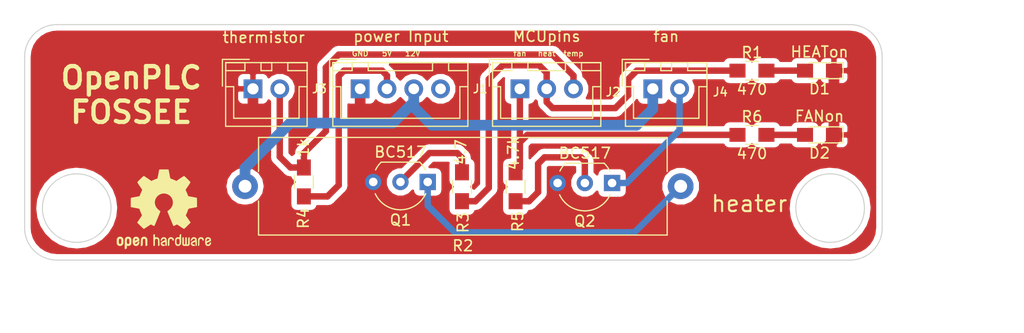
<source format=kicad_pcb>
(kicad_pcb (version 20171130) (host pcbnew 5.0.1)

  (general
    (thickness 1.6)
    (drawings 21)
    (tracks 97)
    (zones 0)
    (modules 15)
    (nets 14)
  )

  (page A4)
  (layers
    (0 F.Cu signal)
    (31 B.Cu signal)
    (32 B.Adhes user)
    (33 F.Adhes user)
    (34 B.Paste user)
    (35 F.Paste user)
    (36 B.SilkS user)
    (37 F.SilkS user)
    (38 B.Mask user)
    (39 F.Mask user)
    (40 Dwgs.User user)
    (41 Cmts.User user)
    (42 Eco1.User user)
    (43 Eco2.User user)
    (44 Edge.Cuts user)
    (45 Margin user)
    (46 B.CrtYd user)
    (47 F.CrtYd user)
    (48 B.Fab user)
    (49 F.Fab user)
  )

  (setup
    (last_trace_width 0.6)
    (trace_clearance 0.3)
    (zone_clearance 0.508)
    (zone_45_only no)
    (trace_min 0.2)
    (segment_width 0.2)
    (edge_width 0.15)
    (via_size 0.8)
    (via_drill 0.4)
    (via_min_size 0.4)
    (via_min_drill 0.3)
    (uvia_size 0.3)
    (uvia_drill 0.1)
    (uvias_allowed no)
    (uvia_min_size 0.2)
    (uvia_min_drill 0.1)
    (pcb_text_width 0.3)
    (pcb_text_size 1.5 1.5)
    (mod_edge_width 0.15)
    (mod_text_size 1 1)
    (mod_text_width 0.15)
    (pad_size 1.52 1.52)
    (pad_drill 0.8)
    (pad_to_mask_clearance 0.051)
    (solder_mask_min_width 0.25)
    (aux_axis_origin 0 0)
    (visible_elements FFFFFF7F)
    (pcbplotparams
      (layerselection 0x010fc_ffffffff)
      (usegerberextensions false)
      (usegerberattributes false)
      (usegerberadvancedattributes false)
      (creategerberjobfile false)
      (excludeedgelayer true)
      (linewidth 0.100000)
      (plotframeref false)
      (viasonmask false)
      (mode 1)
      (useauxorigin false)
      (hpglpennumber 1)
      (hpglpenspeed 20)
      (hpglpendiameter 15.000000)
      (psnegative false)
      (psa4output false)
      (plotreference true)
      (plotvalue true)
      (plotinvisibletext false)
      (padsonsilk false)
      (subtractmaskfromsilk false)
      (outputformat 1)
      (mirror false)
      (drillshape 1)
      (scaleselection 1)
      (outputdirectory ""))
  )

  (net 0 "")
  (net 1 GND)
  (net 2 +5V)
  (net 3 +12V)
  (net 4 "Net-(Q1-Pad1)")
  (net 5 "Net-(Q1-Pad2)")
  (net 6 /toMcu)
  (net 7 "Net-(J4-Pad2)")
  (net 8 "Net-(Q2-Pad2)")
  (net 9 /fromMcuR)
  (net 10 /fromMcuF)
  (net 11 "Net-(J1-Pad4)")
  (net 12 "Net-(D1-Pad2)")
  (net 13 "Net-(D2-Pad2)")

  (net_class Default "This is the default net class."
    (clearance 0.3)
    (trace_width 0.6)
    (via_dia 0.8)
    (via_drill 0.4)
    (uvia_dia 0.3)
    (uvia_drill 0.1)
    (add_net +5V)
    (add_net /fromMcuF)
    (add_net /fromMcuR)
    (add_net /toMcu)
    (add_net "Net-(D1-Pad2)")
    (add_net "Net-(D2-Pad2)")
    (add_net "Net-(J1-Pad4)")
    (add_net "Net-(J4-Pad2)")
    (add_net "Net-(Q1-Pad1)")
    (add_net "Net-(Q1-Pad2)")
    (add_net "Net-(Q2-Pad2)")
  )

  (net_class +12V ""
    (clearance 0.5)
    (trace_width 1)
    (via_dia 0.8)
    (via_drill 0.4)
    (uvia_dia 0.3)
    (uvia_drill 0.1)
    (add_net +12V)
    (add_net GND)
  )

  (module Resistors_THT:R_Axial_Power_L38.0mm_W9.0mm_P40.64mm (layer F.Cu) (tedit 5874F706) (tstamp 5C34D676)
    (at 171.4 95.9 180)
    (descr "Resistor, Axial_Power series, Axial, Horizontal, pin pitch=40.64mm, 9W, length*diameter=38*9mm^2, http://cdn-reichelt.de/documents/datenblatt/B400/5WAXIAL_9WAXIAL_11WAXIAL_17WAXIAL%23YAG.pdf")
    (tags "Resistor Axial_Power series Axial Horizontal pin pitch 40.64mm 9W length 38mm diameter 9mm")
    (path /5C2F30B4)
    (fp_text reference R2 (at 20.32 -5.56 180) (layer F.SilkS)
      (effects (font (size 1 1) (thickness 0.15)))
    )
    (fp_text value 27 (at 20.32 5.56 180) (layer F.Fab)
      (effects (font (size 1 1) (thickness 0.15)))
    )
    (fp_line (start 42.1 -4.85) (end -1.45 -4.85) (layer F.CrtYd) (width 0.05))
    (fp_line (start 42.1 4.85) (end 42.1 -4.85) (layer F.CrtYd) (width 0.05))
    (fp_line (start -1.45 4.85) (end 42.1 4.85) (layer F.CrtYd) (width 0.05))
    (fp_line (start -1.45 -4.85) (end -1.45 4.85) (layer F.CrtYd) (width 0.05))
    (fp_line (start 39.38 4.56) (end 39.38 1.38) (layer F.SilkS) (width 0.12))
    (fp_line (start 1.26 4.56) (end 39.38 4.56) (layer F.SilkS) (width 0.12))
    (fp_line (start 1.26 1.38) (end 1.26 4.56) (layer F.SilkS) (width 0.12))
    (fp_line (start 39.38 -4.56) (end 39.38 -1.38) (layer F.SilkS) (width 0.12))
    (fp_line (start 1.26 -4.56) (end 39.38 -4.56) (layer F.SilkS) (width 0.12))
    (fp_line (start 1.26 -1.38) (end 1.26 -4.56) (layer F.SilkS) (width 0.12))
    (fp_line (start 40.64 0) (end 39.32 0) (layer F.Fab) (width 0.1))
    (fp_line (start 0 0) (end 1.32 0) (layer F.Fab) (width 0.1))
    (fp_line (start 39.32 -4.5) (end 1.32 -4.5) (layer F.Fab) (width 0.1))
    (fp_line (start 39.32 4.5) (end 39.32 -4.5) (layer F.Fab) (width 0.1))
    (fp_line (start 1.32 4.5) (end 39.32 4.5) (layer F.Fab) (width 0.1))
    (fp_line (start 1.32 -4.5) (end 1.32 4.5) (layer F.Fab) (width 0.1))
    (pad 2 thru_hole oval (at 40.64 0 180) (size 2.4 2.4) (drill 1.2) (layers *.Cu *.Mask)
      (net 3 +12V))
    (pad 1 thru_hole circle (at 0 0 180) (size 2.4 2.4) (drill 1.2) (layers *.Cu *.Mask)
      (net 4 "Net-(Q1-Pad1)"))
    (model ${KISYS3DMOD}/Resistors_THT.3dshapes/R_Axial_Power_L38.0mm_W9.0mm_P40.64mm.wrl
      (at (xyz 0 0 0))
      (scale (xyz 0.393701 0.393701 0.393701))
      (rotate (xyz 0 0 0))
    )
  )

  (module Resistors_SMD:R_0805_HandSoldering (layer F.Cu) (tedit 5C35C809) (tstamp 5C3598AC)
    (at 178.05 91.1)
    (descr "Resistor SMD 0805, hand soldering")
    (tags "resistor 0805")
    (path /5C35A82C)
    (attr smd)
    (fp_text reference R6 (at 0 -1.7) (layer F.SilkS)
      (effects (font (size 1 1) (thickness 0.15)))
    )
    (fp_text value 470 (at 0 1.75) (layer F.SilkS)
      (effects (font (size 1 1) (thickness 0.15)))
    )
    (fp_text user %R (at 0 0) (layer F.Fab)
      (effects (font (size 0.5 0.5) (thickness 0.075)))
    )
    (fp_line (start -1 0.62) (end -1 -0.62) (layer F.Fab) (width 0.1))
    (fp_line (start 1 0.62) (end -1 0.62) (layer F.Fab) (width 0.1))
    (fp_line (start 1 -0.62) (end 1 0.62) (layer F.Fab) (width 0.1))
    (fp_line (start -1 -0.62) (end 1 -0.62) (layer F.Fab) (width 0.1))
    (fp_line (start 0.6 0.88) (end -0.6 0.88) (layer F.SilkS) (width 0.12))
    (fp_line (start -0.6 -0.88) (end 0.6 -0.88) (layer F.SilkS) (width 0.12))
    (fp_line (start -2.35 -0.9) (end 2.35 -0.9) (layer F.CrtYd) (width 0.05))
    (fp_line (start -2.35 -0.9) (end -2.35 0.9) (layer F.CrtYd) (width 0.05))
    (fp_line (start 2.35 0.9) (end 2.35 -0.9) (layer F.CrtYd) (width 0.05))
    (fp_line (start 2.35 0.9) (end -2.35 0.9) (layer F.CrtYd) (width 0.05))
    (pad 1 smd rect (at -1.35 0) (size 1.5 1.3) (layers F.Cu F.Paste F.Mask)
      (net 10 /fromMcuF))
    (pad 2 smd rect (at 1.35 0) (size 1.5 1.3) (layers F.Cu F.Paste F.Mask)
      (net 13 "Net-(D2-Pad2)"))
    (model ${KISYS3DMOD}/Resistors_SMD.3dshapes/R_0805.wrl
      (at (xyz 0 0 0))
      (scale (xyz 1 1 1))
      (rotate (xyz 0 0 0))
    )
  )

  (module LEDs:LED_0805_HandSoldering (layer F.Cu) (tedit 5C3C5F84) (tstamp 5C3598D6)
    (at 184.35 91.1 180)
    (descr "Resistor SMD 0805, hand soldering")
    (tags "resistor 0805")
    (path /5C35A834)
    (attr smd)
    (fp_text reference D2 (at 0 -1.7 180) (layer F.SilkS)
      (effects (font (size 1 1) (thickness 0.15)))
    )
    (fp_text value FANon (at 0 1.75 180) (layer F.SilkS)
      (effects (font (size 1 1) (thickness 0.15)))
    )
    (fp_line (start -0.4 -0.4) (end -0.4 0.4) (layer F.Fab) (width 0.1))
    (fp_line (start -0.4 0) (end 0.2 -0.4) (layer F.Fab) (width 0.1))
    (fp_line (start 0.2 0.4) (end -0.4 0) (layer F.Fab) (width 0.1))
    (fp_line (start 0.2 -0.4) (end 0.2 0.4) (layer F.Fab) (width 0.1))
    (fp_line (start -1 0.62) (end -1 -0.62) (layer F.Fab) (width 0.1))
    (fp_line (start 1 0.62) (end -1 0.62) (layer F.Fab) (width 0.1))
    (fp_line (start 1 -0.62) (end 1 0.62) (layer F.Fab) (width 0.1))
    (fp_line (start -1 -0.62) (end 1 -0.62) (layer F.Fab) (width 0.1))
    (fp_line (start 1 0.75) (end -2.2 0.75) (layer F.SilkS) (width 0.12))
    (fp_line (start -2.2 -0.75) (end 1 -0.75) (layer F.SilkS) (width 0.12))
    (fp_line (start -2.35 -0.9) (end 2.35 -0.9) (layer F.CrtYd) (width 0.05))
    (fp_line (start -2.35 -0.9) (end -2.35 0.9) (layer F.CrtYd) (width 0.05))
    (fp_line (start 2.35 0.9) (end 2.35 -0.9) (layer F.CrtYd) (width 0.05))
    (fp_line (start 2.35 0.9) (end -2.35 0.9) (layer F.CrtYd) (width 0.05))
    (fp_line (start -2.2 -0.75) (end -2.2 0.75) (layer F.SilkS) (width 0.12))
    (pad 1 smd rect (at -1.35 0 180) (size 1.5 1.3) (layers F.Cu F.Paste F.Mask)
      (net 1 GND))
    (pad 2 smd rect (at 1.35 0 180) (size 1.5 1.3) (layers F.Cu F.Paste F.Mask)
      (net 13 "Net-(D2-Pad2)"))
    (model ${KISYS3DMOD}/LEDs.3dshapes/LED_0805.wrl
      (at (xyz 0 0 0))
      (scale (xyz 1 1 1))
      (rotate (xyz 0 0 0))
    )
  )

  (module LEDs:LED_0805_HandSoldering (layer F.Cu) (tedit 5C3C5F79) (tstamp 5C3598C1)
    (at 184.35 85.1 180)
    (descr "Resistor SMD 0805, hand soldering")
    (tags "resistor 0805")
    (path /5C359B84)
    (attr smd)
    (fp_text reference D1 (at 0 -1.7 180) (layer F.SilkS)
      (effects (font (size 1 1) (thickness 0.15)))
    )
    (fp_text value HEATon (at 0 1.75 180) (layer F.SilkS)
      (effects (font (size 1 1) (thickness 0.15)))
    )
    (fp_line (start -2.2 -0.75) (end -2.2 0.75) (layer F.SilkS) (width 0.12))
    (fp_line (start 2.35 0.9) (end -2.35 0.9) (layer F.CrtYd) (width 0.05))
    (fp_line (start 2.35 0.9) (end 2.35 -0.9) (layer F.CrtYd) (width 0.05))
    (fp_line (start -2.35 -0.9) (end -2.35 0.9) (layer F.CrtYd) (width 0.05))
    (fp_line (start -2.35 -0.9) (end 2.35 -0.9) (layer F.CrtYd) (width 0.05))
    (fp_line (start -2.2 -0.75) (end 1 -0.75) (layer F.SilkS) (width 0.12))
    (fp_line (start 1 0.75) (end -2.2 0.75) (layer F.SilkS) (width 0.12))
    (fp_line (start -1 -0.62) (end 1 -0.62) (layer F.Fab) (width 0.1))
    (fp_line (start 1 -0.62) (end 1 0.62) (layer F.Fab) (width 0.1))
    (fp_line (start 1 0.62) (end -1 0.62) (layer F.Fab) (width 0.1))
    (fp_line (start -1 0.62) (end -1 -0.62) (layer F.Fab) (width 0.1))
    (fp_line (start 0.2 -0.4) (end 0.2 0.4) (layer F.Fab) (width 0.1))
    (fp_line (start 0.2 0.4) (end -0.4 0) (layer F.Fab) (width 0.1))
    (fp_line (start -0.4 0) (end 0.2 -0.4) (layer F.Fab) (width 0.1))
    (fp_line (start -0.4 -0.4) (end -0.4 0.4) (layer F.Fab) (width 0.1))
    (pad 2 smd rect (at 1.35 0 180) (size 1.5 1.3) (layers F.Cu F.Paste F.Mask)
      (net 12 "Net-(D1-Pad2)"))
    (pad 1 smd rect (at -1.35 0 180) (size 1.5 1.3) (layers F.Cu F.Paste F.Mask)
      (net 1 GND))
    (model ${KISYS3DMOD}/LEDs.3dshapes/LED_0805.wrl
      (at (xyz 0 0 0))
      (scale (xyz 1 1 1))
      (rotate (xyz 0 0 0))
    )
  )

  (module Resistors_SMD:R_0805_HandSoldering (layer F.Cu) (tedit 5C35C806) (tstamp 5C35983B)
    (at 178.05 85.1)
    (descr "Resistor SMD 0805, hand soldering")
    (tags "resistor 0805")
    (path /5C3591A5)
    (attr smd)
    (fp_text reference R1 (at 0 -1.7) (layer F.SilkS)
      (effects (font (size 1 1) (thickness 0.15)))
    )
    (fp_text value 470 (at 0 1.75) (layer F.SilkS)
      (effects (font (size 1 1) (thickness 0.15)))
    )
    (fp_line (start 2.35 0.9) (end -2.35 0.9) (layer F.CrtYd) (width 0.05))
    (fp_line (start 2.35 0.9) (end 2.35 -0.9) (layer F.CrtYd) (width 0.05))
    (fp_line (start -2.35 -0.9) (end -2.35 0.9) (layer F.CrtYd) (width 0.05))
    (fp_line (start -2.35 -0.9) (end 2.35 -0.9) (layer F.CrtYd) (width 0.05))
    (fp_line (start -0.6 -0.88) (end 0.6 -0.88) (layer F.SilkS) (width 0.12))
    (fp_line (start 0.6 0.88) (end -0.6 0.88) (layer F.SilkS) (width 0.12))
    (fp_line (start -1 -0.62) (end 1 -0.62) (layer F.Fab) (width 0.1))
    (fp_line (start 1 -0.62) (end 1 0.62) (layer F.Fab) (width 0.1))
    (fp_line (start 1 0.62) (end -1 0.62) (layer F.Fab) (width 0.1))
    (fp_line (start -1 0.62) (end -1 -0.62) (layer F.Fab) (width 0.1))
    (fp_text user %R (at 0 0) (layer F.Fab)
      (effects (font (size 0.5 0.5) (thickness 0.075)))
    )
    (pad 2 smd rect (at 1.35 0) (size 1.5 1.3) (layers F.Cu F.Paste F.Mask)
      (net 12 "Net-(D1-Pad2)"))
    (pad 1 smd rect (at -1.35 0) (size 1.5 1.3) (layers F.Cu F.Paste F.Mask)
      (net 9 /fromMcuR))
    (model ${KISYS3DMOD}/Resistors_SMD.3dshapes/R_0805.wrl
      (at (xyz 0 0 0))
      (scale (xyz 1 1 1))
      (rotate (xyz 0 0 0))
    )
  )

  (module Connectors_JST:JST_XH_B04B-XH-A_04x2.50mm_Straight (layer F.Cu) (tedit 5C3499F8) (tstamp 5C348D46)
    (at 141.5 86.8)
    (descr "JST XH series connector, B04B-XH-A, top entry type, through hole")
    (tags "connector jst xh tht top vertical 2.50mm")
    (path /5C2F487D)
    (fp_text reference J1 (at 11.2 0) (layer F.SilkS)
      (effects (font (size 0.8 0.8) (thickness 0.14)))
    )
    (fp_text value "power Input" (at 3.8 -4.9) (layer F.SilkS)
      (effects (font (size 1 1) (thickness 0.15)))
    )
    (fp_text user %R (at 3.75 2.5) (layer F.Fab)
      (effects (font (size 1 1) (thickness 0.15)))
    )
    (fp_line (start -2.85 -2.75) (end -2.85 -0.25) (layer F.Fab) (width 0.1))
    (fp_line (start -0.35 -2.75) (end -2.85 -2.75) (layer F.Fab) (width 0.1))
    (fp_line (start -2.85 -2.75) (end -2.85 -0.25) (layer F.SilkS) (width 0.12))
    (fp_line (start -0.35 -2.75) (end -2.85 -2.75) (layer F.SilkS) (width 0.12))
    (fp_line (start 9.3 2.75) (end 3.75 2.75) (layer F.SilkS) (width 0.12))
    (fp_line (start 9.3 -0.2) (end 9.3 2.75) (layer F.SilkS) (width 0.12))
    (fp_line (start 10.05 -0.2) (end 9.3 -0.2) (layer F.SilkS) (width 0.12))
    (fp_line (start -1.8 2.75) (end 3.75 2.75) (layer F.SilkS) (width 0.12))
    (fp_line (start -1.8 -0.2) (end -1.8 2.75) (layer F.SilkS) (width 0.12))
    (fp_line (start -2.55 -0.2) (end -1.8 -0.2) (layer F.SilkS) (width 0.12))
    (fp_line (start 10.05 -2.45) (end 8.25 -2.45) (layer F.SilkS) (width 0.12))
    (fp_line (start 10.05 -1.7) (end 10.05 -2.45) (layer F.SilkS) (width 0.12))
    (fp_line (start 8.25 -1.7) (end 10.05 -1.7) (layer F.SilkS) (width 0.12))
    (fp_line (start 8.25 -2.45) (end 8.25 -1.7) (layer F.SilkS) (width 0.12))
    (fp_line (start -0.75 -2.45) (end -2.55 -2.45) (layer F.SilkS) (width 0.12))
    (fp_line (start -0.75 -1.7) (end -0.75 -2.45) (layer F.SilkS) (width 0.12))
    (fp_line (start -2.55 -1.7) (end -0.75 -1.7) (layer F.SilkS) (width 0.12))
    (fp_line (start -2.55 -2.45) (end -2.55 -1.7) (layer F.SilkS) (width 0.12))
    (fp_line (start 6.75 -2.45) (end 0.75 -2.45) (layer F.SilkS) (width 0.12))
    (fp_line (start 6.75 -1.7) (end 6.75 -2.45) (layer F.SilkS) (width 0.12))
    (fp_line (start 0.75 -1.7) (end 6.75 -1.7) (layer F.SilkS) (width 0.12))
    (fp_line (start 0.75 -2.45) (end 0.75 -1.7) (layer F.SilkS) (width 0.12))
    (fp_line (start 10.05 -2.45) (end -2.55 -2.45) (layer F.SilkS) (width 0.12))
    (fp_line (start 10.05 3.5) (end 10.05 -2.45) (layer F.SilkS) (width 0.12))
    (fp_line (start -2.55 3.5) (end 10.05 3.5) (layer F.SilkS) (width 0.12))
    (fp_line (start -2.55 -2.45) (end -2.55 3.5) (layer F.SilkS) (width 0.12))
    (fp_line (start 10.45 -2.85) (end -2.95 -2.85) (layer F.CrtYd) (width 0.05))
    (fp_line (start 10.45 3.9) (end 10.45 -2.85) (layer F.CrtYd) (width 0.05))
    (fp_line (start -2.95 3.9) (end 10.45 3.9) (layer F.CrtYd) (width 0.05))
    (fp_line (start -2.95 -2.85) (end -2.95 3.9) (layer F.CrtYd) (width 0.05))
    (fp_line (start 9.95 -2.35) (end -2.45 -2.35) (layer F.Fab) (width 0.1))
    (fp_line (start 9.95 3.4) (end 9.95 -2.35) (layer F.Fab) (width 0.1))
    (fp_line (start -2.45 3.4) (end 9.95 3.4) (layer F.Fab) (width 0.1))
    (fp_line (start -2.45 -2.35) (end -2.45 3.4) (layer F.Fab) (width 0.1))
    (pad 4 thru_hole circle (at 7.5 0) (size 1.75 1.75) (drill 1) (layers *.Cu *.Mask)
      (net 11 "Net-(J1-Pad4)"))
    (pad 3 thru_hole circle (at 5 0) (size 1.75 1.75) (drill 1) (layers *.Cu *.Mask)
      (net 3 +12V))
    (pad 2 thru_hole circle (at 2.5 0) (size 1.75 1.75) (drill 1) (layers *.Cu *.Mask)
      (net 2 +5V))
    (pad 1 thru_hole rect (at 0 0) (size 1.75 1.75) (drill 1) (layers *.Cu *.Mask)
      (net 1 GND))
    (model Connectors_JST.3dshapes/JST_XH_B04B-XH-A_04x2.50mm_Straight.wrl
      (at (xyz 0 0 0))
      (scale (xyz 1 1 1))
      (rotate (xyz 0 0 0))
    )
    (model ${KISYS3DMOD}/Connector_JST.3dshapes/JST_XH_B04B-XH-A_1x04_P2.50mm_Vertical.wrl
      (at (xyz 0 0 0))
      (scale (xyz 1 1 1))
      (rotate (xyz 0 0 0))
    )
  )

  (module Connectors_JST:JST_XH_B03B-XH-A_03x2.50mm_Straight (layer F.Cu) (tedit 5C349A19) (tstamp 5C34AFEA)
    (at 156.4 86.8)
    (descr "JST XH series connector, B03B-XH-A, top entry type, through hole")
    (tags "connector jst xh tht top vertical 2.50mm")
    (path /5C350621)
    (fp_text reference J2 (at 8.7 0.3) (layer F.SilkS)
      (effects (font (size 0.8 0.8) (thickness 0.14)))
    )
    (fp_text value MCUpins (at 2.5 -4.9) (layer F.SilkS)
      (effects (font (size 1 1) (thickness 0.15)))
    )
    (fp_text user %R (at 2.5 2.5) (layer F.Fab)
      (effects (font (size 1 1) (thickness 0.15)))
    )
    (fp_line (start -2.85 -2.75) (end -2.85 -0.25) (layer F.Fab) (width 0.1))
    (fp_line (start -0.35 -2.75) (end -2.85 -2.75) (layer F.Fab) (width 0.1))
    (fp_line (start -2.85 -2.75) (end -2.85 -0.25) (layer F.SilkS) (width 0.12))
    (fp_line (start -0.35 -2.75) (end -2.85 -2.75) (layer F.SilkS) (width 0.12))
    (fp_line (start 6.8 2.75) (end 2.5 2.75) (layer F.SilkS) (width 0.12))
    (fp_line (start 6.8 -0.2) (end 6.8 2.75) (layer F.SilkS) (width 0.12))
    (fp_line (start 7.55 -0.2) (end 6.8 -0.2) (layer F.SilkS) (width 0.12))
    (fp_line (start -1.8 2.75) (end 2.5 2.75) (layer F.SilkS) (width 0.12))
    (fp_line (start -1.8 -0.2) (end -1.8 2.75) (layer F.SilkS) (width 0.12))
    (fp_line (start -2.55 -0.2) (end -1.8 -0.2) (layer F.SilkS) (width 0.12))
    (fp_line (start 7.55 -2.45) (end 5.75 -2.45) (layer F.SilkS) (width 0.12))
    (fp_line (start 7.55 -1.7) (end 7.55 -2.45) (layer F.SilkS) (width 0.12))
    (fp_line (start 5.75 -1.7) (end 7.55 -1.7) (layer F.SilkS) (width 0.12))
    (fp_line (start 5.75 -2.45) (end 5.75 -1.7) (layer F.SilkS) (width 0.12))
    (fp_line (start -0.75 -2.45) (end -2.55 -2.45) (layer F.SilkS) (width 0.12))
    (fp_line (start -0.75 -1.7) (end -0.75 -2.45) (layer F.SilkS) (width 0.12))
    (fp_line (start -2.55 -1.7) (end -0.75 -1.7) (layer F.SilkS) (width 0.12))
    (fp_line (start -2.55 -2.45) (end -2.55 -1.7) (layer F.SilkS) (width 0.12))
    (fp_line (start 4.25 -2.45) (end 0.75 -2.45) (layer F.SilkS) (width 0.12))
    (fp_line (start 4.25 -1.7) (end 4.25 -2.45) (layer F.SilkS) (width 0.12))
    (fp_line (start 0.75 -1.7) (end 4.25 -1.7) (layer F.SilkS) (width 0.12))
    (fp_line (start 0.75 -2.45) (end 0.75 -1.7) (layer F.SilkS) (width 0.12))
    (fp_line (start 7.55 -2.45) (end -2.55 -2.45) (layer F.SilkS) (width 0.12))
    (fp_line (start 7.55 3.5) (end 7.55 -2.45) (layer F.SilkS) (width 0.12))
    (fp_line (start -2.55 3.5) (end 7.55 3.5) (layer F.SilkS) (width 0.12))
    (fp_line (start -2.55 -2.45) (end -2.55 3.5) (layer F.SilkS) (width 0.12))
    (fp_line (start 7.95 -2.85) (end -2.95 -2.85) (layer F.CrtYd) (width 0.05))
    (fp_line (start 7.95 3.9) (end 7.95 -2.85) (layer F.CrtYd) (width 0.05))
    (fp_line (start -2.95 3.9) (end 7.95 3.9) (layer F.CrtYd) (width 0.05))
    (fp_line (start -2.95 -2.85) (end -2.95 3.9) (layer F.CrtYd) (width 0.05))
    (fp_line (start 7.45 -2.35) (end -2.45 -2.35) (layer F.Fab) (width 0.1))
    (fp_line (start 7.45 3.4) (end 7.45 -2.35) (layer F.Fab) (width 0.1))
    (fp_line (start -2.45 3.4) (end 7.45 3.4) (layer F.Fab) (width 0.1))
    (fp_line (start -2.45 -2.35) (end -2.45 3.4) (layer F.Fab) (width 0.1))
    (pad 3 thru_hole circle (at 5 0) (size 1.75 1.75) (drill 1) (layers *.Cu *.Mask)
      (net 6 /toMcu))
    (pad 2 thru_hole circle (at 2.5 0) (size 1.75 1.75) (drill 1) (layers *.Cu *.Mask)
      (net 9 /fromMcuR))
    (pad 1 thru_hole rect (at 0 0) (size 1.75 1.75) (drill 1) (layers *.Cu *.Mask)
      (net 10 /fromMcuF))
    (model Connectors_JST.3dshapes/JST_XH_B03B-XH-A_03x2.50mm_Straight.wrl
      (at (xyz 0 0 0))
      (scale (xyz 1 1 1))
      (rotate (xyz 0 0 0))
    )
    (model ${KISYS3DMOD}/Connector_JST.3dshapes/JST_XH_B03B-XH-A_1x03_P2.50mm_Vertical.wrl
      (at (xyz 0 0 0))
      (scale (xyz 1 1 1))
      (rotate (xyz 0 0 0))
    )
  )

  (module Connectors_JST:JST_XH_B02B-XH-A_02x2.50mm_Straight (layer F.Cu) (tedit 5C3499E4) (tstamp 5C348DC2)
    (at 168.8 86.8)
    (descr "JST XH series connector, B02B-XH-A, top entry type, through hole")
    (tags "connector jst xh tht top vertical 2.50mm")
    (path /5C34ABB8)
    (fp_text reference J4 (at 6.3 0.3) (layer F.SilkS)
      (effects (font (size 0.8 0.8) (thickness 0.14)))
    )
    (fp_text value fan (at 1.25 -4.9) (layer F.SilkS)
      (effects (font (size 1 1) (thickness 0.15)))
    )
    (fp_text user %R (at 1.25 2.5) (layer F.Fab)
      (effects (font (size 1 1) (thickness 0.15)))
    )
    (fp_line (start -2.85 -2.75) (end -2.85 -0.25) (layer F.Fab) (width 0.1))
    (fp_line (start -0.35 -2.75) (end -2.85 -2.75) (layer F.Fab) (width 0.1))
    (fp_line (start -2.85 -2.75) (end -2.85 -0.25) (layer F.SilkS) (width 0.12))
    (fp_line (start -0.35 -2.75) (end -2.85 -2.75) (layer F.SilkS) (width 0.12))
    (fp_line (start 4.3 2.75) (end 1.25 2.75) (layer F.SilkS) (width 0.12))
    (fp_line (start 4.3 -0.2) (end 4.3 2.75) (layer F.SilkS) (width 0.12))
    (fp_line (start 5.05 -0.2) (end 4.3 -0.2) (layer F.SilkS) (width 0.12))
    (fp_line (start -1.8 2.75) (end 1.25 2.75) (layer F.SilkS) (width 0.12))
    (fp_line (start -1.8 -0.2) (end -1.8 2.75) (layer F.SilkS) (width 0.12))
    (fp_line (start -2.55 -0.2) (end -1.8 -0.2) (layer F.SilkS) (width 0.12))
    (fp_line (start 5.05 -2.45) (end 3.25 -2.45) (layer F.SilkS) (width 0.12))
    (fp_line (start 5.05 -1.7) (end 5.05 -2.45) (layer F.SilkS) (width 0.12))
    (fp_line (start 3.25 -1.7) (end 5.05 -1.7) (layer F.SilkS) (width 0.12))
    (fp_line (start 3.25 -2.45) (end 3.25 -1.7) (layer F.SilkS) (width 0.12))
    (fp_line (start -0.75 -2.45) (end -2.55 -2.45) (layer F.SilkS) (width 0.12))
    (fp_line (start -0.75 -1.7) (end -0.75 -2.45) (layer F.SilkS) (width 0.12))
    (fp_line (start -2.55 -1.7) (end -0.75 -1.7) (layer F.SilkS) (width 0.12))
    (fp_line (start -2.55 -2.45) (end -2.55 -1.7) (layer F.SilkS) (width 0.12))
    (fp_line (start 1.75 -2.45) (end 0.75 -2.45) (layer F.SilkS) (width 0.12))
    (fp_line (start 1.75 -1.7) (end 1.75 -2.45) (layer F.SilkS) (width 0.12))
    (fp_line (start 0.75 -1.7) (end 1.75 -1.7) (layer F.SilkS) (width 0.12))
    (fp_line (start 0.75 -2.45) (end 0.75 -1.7) (layer F.SilkS) (width 0.12))
    (fp_line (start 5.05 -2.45) (end -2.55 -2.45) (layer F.SilkS) (width 0.12))
    (fp_line (start 5.05 3.5) (end 5.05 -2.45) (layer F.SilkS) (width 0.12))
    (fp_line (start -2.55 3.5) (end 5.05 3.5) (layer F.SilkS) (width 0.12))
    (fp_line (start -2.55 -2.45) (end -2.55 3.5) (layer F.SilkS) (width 0.12))
    (fp_line (start 5.45 -2.85) (end -2.95 -2.85) (layer F.CrtYd) (width 0.05))
    (fp_line (start 5.45 3.9) (end 5.45 -2.85) (layer F.CrtYd) (width 0.05))
    (fp_line (start -2.95 3.9) (end 5.45 3.9) (layer F.CrtYd) (width 0.05))
    (fp_line (start -2.95 -2.85) (end -2.95 3.9) (layer F.CrtYd) (width 0.05))
    (fp_line (start 4.95 -2.35) (end -2.45 -2.35) (layer F.Fab) (width 0.1))
    (fp_line (start 4.95 3.4) (end 4.95 -2.35) (layer F.Fab) (width 0.1))
    (fp_line (start -2.45 3.4) (end 4.95 3.4) (layer F.Fab) (width 0.1))
    (fp_line (start -2.45 -2.35) (end -2.45 3.4) (layer F.Fab) (width 0.1))
    (pad 2 thru_hole circle (at 2.5 0) (size 1.75 1.75) (drill 1.05) (layers *.Cu *.Mask)
      (net 7 "Net-(J4-Pad2)"))
    (pad 1 thru_hole rect (at 0 0) (size 1.75 1.75) (drill 1.05) (layers *.Cu *.Mask)
      (net 3 +12V))
    (model Connectors_JST.3dshapes/JST_XH_B02B-XH-A_02x2.50mm_Straight.wrl
      (at (xyz 0 0 0))
      (scale (xyz 1 1 1))
      (rotate (xyz 0 0 0))
    )
    (model ${KISYS3DMOD}/Connector_JST.3dshapes/JST_XH_B02B-XH-A_1x02_P2.50mm_Vertical.wrl
      (at (xyz 0 0 0))
      (scale (xyz 1 1 1))
      (rotate (xyz 0 0 0))
    )
  )

  (module Resistors_SMD:R_0805_HandSoldering (layer F.Cu) (tedit 5C348766) (tstamp 5C349023)
    (at 156 95.95 90)
    (descr "Resistor SMD 0805, hand soldering")
    (tags "resistor 0805")
    (path /5C3474DA)
    (attr smd)
    (fp_text reference R5 (at -3.25 0.2 90) (layer F.SilkS)
      (effects (font (size 1 1) (thickness 0.15)))
    )
    (fp_text value 4.7k (at 3.15 -0.2 90) (layer F.SilkS)
      (effects (font (size 1 1) (thickness 0.15)))
    )
    (fp_line (start 2.35 0.9) (end -2.35 0.9) (layer F.CrtYd) (width 0.05))
    (fp_line (start 2.35 0.9) (end 2.35 -0.9) (layer F.CrtYd) (width 0.05))
    (fp_line (start -2.35 -0.9) (end -2.35 0.9) (layer F.CrtYd) (width 0.05))
    (fp_line (start -2.35 -0.9) (end 2.35 -0.9) (layer F.CrtYd) (width 0.05))
    (fp_line (start -0.6 -0.88) (end 0.6 -0.88) (layer F.SilkS) (width 0.12))
    (fp_line (start 0.6 0.88) (end -0.6 0.88) (layer F.SilkS) (width 0.12))
    (fp_line (start -1 -0.62) (end 1 -0.62) (layer F.Fab) (width 0.1))
    (fp_line (start 1 -0.62) (end 1 0.62) (layer F.Fab) (width 0.1))
    (fp_line (start 1 0.62) (end -1 0.62) (layer F.Fab) (width 0.1))
    (fp_line (start -1 0.62) (end -1 -0.62) (layer F.Fab) (width 0.1))
    (fp_text user %R (at 0 0 90) (layer F.Fab)
      (effects (font (size 0.5 0.5) (thickness 0.075)))
    )
    (pad 2 smd rect (at 1.35 0 90) (size 1.5 1.3) (layers F.Cu F.Paste F.Mask)
      (net 10 /fromMcuF))
    (pad 1 smd rect (at -1.35 0 90) (size 1.5 1.3) (layers F.Cu F.Paste F.Mask)
      (net 8 "Net-(Q2-Pad2)"))
    (model ${KISYS3DMOD}/Resistors_SMD.3dshapes/R_0805.wrl
      (at (xyz 0 0 0))
      (scale (xyz 1 1 1))
      (rotate (xyz 0 0 0))
    )
    (model ${KISYS3DMOD}/Resistor_SMD.3dshapes/R_0805_2012Metric.wrl
      (at (xyz 0 0 0))
      (scale (xyz 1 1 1))
      (rotate (xyz 0 0 0))
    )
  )

  (module TO_SOT_Packages_THT:TO-92_Inline_Wide (layer F.Cu) (tedit 5C35DDFF) (tstamp 5C348E37)
    (at 165.000001 95.6 180)
    (descr "TO-92 leads in-line, wide, drill 0.8mm (see NXP sot054_po.pdf)")
    (tags "to-92 sc-43 sc-43a sot54 PA33 transistor")
    (path /5C346CA2)
    (fp_text reference Q2 (at 2.54 -3.56) (layer F.SilkS)
      (effects (font (size 1 1) (thickness 0.15)))
    )
    (fp_text value BC517 (at 2.54 2.79 180) (layer F.SilkS)
      (effects (font (size 1 1) (thickness 0.15)))
    )
    (fp_arc (start 2.54 0) (end 4.34 1.85) (angle -20) (layer F.SilkS) (width 0.12))
    (fp_arc (start 2.54 0) (end 2.54 -2.48) (angle -135) (layer F.Fab) (width 0.1))
    (fp_arc (start 2.54 0) (end 2.54 -2.48) (angle 135) (layer F.Fab) (width 0.1))
    (fp_arc (start 2.54 0) (end 2.54 -2.6) (angle 65) (layer F.SilkS) (width 0.12))
    (fp_arc (start 2.54 0) (end 2.54 -2.6) (angle -65) (layer F.SilkS) (width 0.12))
    (fp_arc (start 2.54 0) (end 0.74 1.85) (angle 20) (layer F.SilkS) (width 0.12))
    (fp_line (start 6.09 2.01) (end -1.01 2.01) (layer F.CrtYd) (width 0.05))
    (fp_line (start 6.09 2.01) (end 6.09 -2.73) (layer F.CrtYd) (width 0.05))
    (fp_line (start -1.01 -2.73) (end -1.01 2.01) (layer F.CrtYd) (width 0.05))
    (fp_line (start -1.01 -2.73) (end 6.09 -2.73) (layer F.CrtYd) (width 0.05))
    (fp_line (start 0.8 1.75) (end 4.3 1.75) (layer F.Fab) (width 0.1))
    (fp_line (start 0.74 1.85) (end 4.34 1.85) (layer F.SilkS) (width 0.12))
    (fp_text user %R (at 2.54 -3.56) (layer F.Fab)
      (effects (font (size 1 1) (thickness 0.15)))
    )
    (pad 1 thru_hole rect (at 0 0 270) (size 1.52 1.52) (drill 0.8) (layers *.Cu *.Mask)
      (net 7 "Net-(J4-Pad2)"))
    (pad 3 thru_hole circle (at 5.08 0 270) (size 1.52 1.52) (drill 0.8) (layers *.Cu *.Mask)
      (net 1 GND) (zone_connect 2))
    (pad 2 thru_hole circle (at 2.54 0 270) (size 1.52 1.52) (drill 0.8) (layers *.Cu *.Mask)
      (net 8 "Net-(Q2-Pad2)"))
    (model ${KISYS3DMOD}/Package_TO_SOT_THT.3dshapes/TO-92_Inline_Wide.wrl
      (at (xyz 0 0 0))
      (scale (xyz 1 1 1))
      (rotate (xyz 0 0 0))
    )
  )

  (module Connectors_JST:JST_XH_B02B-XH-A_02x2.50mm_Straight (layer F.Cu) (tedit 5C349A03) (tstamp 5C348E85)
    (at 131.5 86.8)
    (descr "JST XH series connector, B02B-XH-A, top entry type, through hole")
    (tags "connector jst xh tht top vertical 2.50mm")
    (path /5C308B5A)
    (fp_text reference J3 (at 6.2 0) (layer F.SilkS)
      (effects (font (size 0.8 0.8) (thickness 0.14)))
    )
    (fp_text value thermistor (at 1 -4.8 180) (layer F.SilkS)
      (effects (font (size 1 1) (thickness 0.15)))
    )
    (fp_line (start -2.450001 -2.35) (end -2.450001 3.4) (layer F.Fab) (width 0.1))
    (fp_line (start -2.450001 3.4) (end 4.950001 3.4) (layer F.Fab) (width 0.1))
    (fp_line (start 4.950001 3.4) (end 4.950001 -2.35) (layer F.Fab) (width 0.1))
    (fp_line (start 4.950001 -2.35) (end -2.450001 -2.35) (layer F.Fab) (width 0.1))
    (fp_line (start -2.95 -2.85) (end -2.95 3.899999) (layer F.CrtYd) (width 0.05))
    (fp_line (start -2.95 3.899999) (end 5.45 3.899999) (layer F.CrtYd) (width 0.05))
    (fp_line (start 5.45 3.899999) (end 5.45 -2.85) (layer F.CrtYd) (width 0.05))
    (fp_line (start 5.45 -2.85) (end -2.95 -2.85) (layer F.CrtYd) (width 0.05))
    (fp_line (start -2.55 -2.45) (end -2.55 3.5) (layer F.SilkS) (width 0.12))
    (fp_line (start -2.55 3.5) (end 5.05 3.5) (layer F.SilkS) (width 0.12))
    (fp_line (start 5.05 3.5) (end 5.05 -2.45) (layer F.SilkS) (width 0.12))
    (fp_line (start 5.05 -2.45) (end -2.55 -2.45) (layer F.SilkS) (width 0.12))
    (fp_line (start 0.75 -2.450001) (end 0.750001 -1.7) (layer F.SilkS) (width 0.12))
    (fp_line (start 0.750001 -1.7) (end 1.749999 -1.7) (layer F.SilkS) (width 0.12))
    (fp_line (start 1.749999 -1.7) (end 1.749999 -2.45) (layer F.SilkS) (width 0.12))
    (fp_line (start 1.749999 -2.45) (end 0.75 -2.450001) (layer F.SilkS) (width 0.12))
    (fp_line (start -2.55 -2.45) (end -2.55 -1.7) (layer F.SilkS) (width 0.12))
    (fp_line (start -2.55 -1.7) (end -0.750001 -1.7) (layer F.SilkS) (width 0.12))
    (fp_line (start -0.750001 -1.7) (end -0.75 -2.450001) (layer F.SilkS) (width 0.12))
    (fp_line (start -0.75 -2.450001) (end -2.55 -2.45) (layer F.SilkS) (width 0.12))
    (fp_line (start 3.25 -2.450001) (end 3.250001 -1.7) (layer F.SilkS) (width 0.12))
    (fp_line (start 3.250001 -1.7) (end 5.05 -1.7) (layer F.SilkS) (width 0.12))
    (fp_line (start 5.05 -1.7) (end 5.05 -2.45) (layer F.SilkS) (width 0.12))
    (fp_line (start 5.05 -2.45) (end 3.25 -2.450001) (layer F.SilkS) (width 0.12))
    (fp_line (start -2.55 -0.2) (end -1.8 -0.2) (layer F.SilkS) (width 0.12))
    (fp_line (start -1.8 -0.2) (end -1.8 2.75) (layer F.SilkS) (width 0.12))
    (fp_line (start -1.8 2.75) (end 1.25 2.75) (layer F.SilkS) (width 0.12))
    (fp_line (start 5.05 -0.2) (end 4.3 -0.2) (layer F.SilkS) (width 0.12))
    (fp_line (start 4.3 -0.2) (end 4.3 2.75) (layer F.SilkS) (width 0.12))
    (fp_line (start 4.3 2.75) (end 1.25 2.75) (layer F.SilkS) (width 0.12))
    (fp_line (start -0.35 -2.75) (end -2.85 -2.75) (layer F.SilkS) (width 0.12))
    (fp_line (start -2.85 -2.75) (end -2.85 -0.25) (layer F.SilkS) (width 0.12))
    (fp_line (start -0.35 -2.75) (end -2.85 -2.75) (layer F.Fab) (width 0.1))
    (fp_line (start -2.85 -2.75) (end -2.85 -0.25) (layer F.Fab) (width 0.1))
    (fp_text user %R (at 1.25 2.499999) (layer F.Fab)
      (effects (font (size 1 1) (thickness 0.15)))
    )
    (pad 1 thru_hole rect (at 0 0) (size 1.75 1.75) (drill 1.05) (layers *.Cu *.Mask)
      (net 1 GND))
    (pad 2 thru_hole circle (at 2.5 0) (size 1.75 1.75) (drill 1.05) (layers *.Cu *.Mask)
      (net 6 /toMcu))
    (model Connectors_JST.3dshapes/JST_XH_B02B-XH-A_02x2.50mm_Straight.wrl
      (at (xyz 0 0 0))
      (scale (xyz 1 1 1))
      (rotate (xyz 0 0 0))
    )
    (model ${KISYS3DMOD}/Connector_JST.3dshapes/JST_XH_B02B-XH-A_1x02_P2.50mm_Vertical.wrl
      (at (xyz 0 0 0))
      (scale (xyz 1 1 1))
      (rotate (xyz 0 0 0))
    )
  )

  (module TO_SOT_Packages_THT:TO-92_Inline_Wide (layer F.Cu) (tedit 5C35DDED) (tstamp 5C348CF6)
    (at 147.8 95.5 180)
    (descr "TO-92 leads in-line, wide, drill 0.8mm (see NXP sot054_po.pdf)")
    (tags "to-92 sc-43 sc-43a sot54 PA33 transistor")
    (path /5C303654)
    (fp_text reference Q1 (at 2.54 -3.56) (layer F.SilkS)
      (effects (font (size 1 1) (thickness 0.15)))
    )
    (fp_text value BC517 (at 2.54 2.79 180) (layer F.SilkS)
      (effects (font (size 1 1) (thickness 0.15)))
    )
    (fp_arc (start 2.54 0) (end 4.34 1.85) (angle -20) (layer F.SilkS) (width 0.12))
    (fp_arc (start 2.54 0) (end 2.54 -2.48) (angle -135) (layer F.Fab) (width 0.1))
    (fp_arc (start 2.54 0) (end 2.54 -2.48) (angle 135) (layer F.Fab) (width 0.1))
    (fp_arc (start 2.54 0) (end 2.54 -2.6) (angle 65) (layer F.SilkS) (width 0.12))
    (fp_arc (start 2.54 0) (end 2.54 -2.6) (angle -65) (layer F.SilkS) (width 0.12))
    (fp_arc (start 2.54 0) (end 0.74 1.85) (angle 20) (layer F.SilkS) (width 0.12))
    (fp_line (start 6.09 2.01) (end -1.01 2.01) (layer F.CrtYd) (width 0.05))
    (fp_line (start 6.09 2.01) (end 6.09 -2.73) (layer F.CrtYd) (width 0.05))
    (fp_line (start -1.01 -2.73) (end -1.01 2.01) (layer F.CrtYd) (width 0.05))
    (fp_line (start -1.01 -2.73) (end 6.09 -2.73) (layer F.CrtYd) (width 0.05))
    (fp_line (start 0.8 1.75) (end 4.3 1.75) (layer F.Fab) (width 0.1))
    (fp_line (start 0.74 1.85) (end 4.34 1.85) (layer F.SilkS) (width 0.12))
    (fp_text user %R (at 2.54 -3.56) (layer F.Fab)
      (effects (font (size 1 1) (thickness 0.15)))
    )
    (pad 1 thru_hole rect (at 0 0 270) (size 1.52 1.52) (drill 0.8) (layers *.Cu *.Mask)
      (net 4 "Net-(Q1-Pad1)"))
    (pad 3 thru_hole circle (at 5.08 0 270) (size 1.52 1.52) (drill 0.8) (layers *.Cu *.Mask)
      (net 1 GND) (zone_connect 2))
    (pad 2 thru_hole circle (at 2.54 0 270) (size 1.52 1.52) (drill 0.8) (layers *.Cu *.Mask)
      (net 5 "Net-(Q1-Pad2)"))
    (model ${KISYS3DMOD}/TO_SOT_Packages_THT.3dshapes/TO-92_Inline_Wide.wrl
      (offset (xyz 2.539999961853027 0 0))
      (scale (xyz 1 1 1))
      (rotate (xyz 0 0 -90))
    )
    (model ${KISYS3DMOD}/Package_TO_SOT_THT.3dshapes/TO-92_Inline_Wide.wrl
      (at (xyz 0 0 0))
      (scale (xyz 1 1 1))
      (rotate (xyz 0 0 0))
    )
  )

  (module Resistors_SMD:R_0805_HandSoldering (layer F.Cu) (tedit 5C34877D) (tstamp 5C348CC3)
    (at 151 95.95 270)
    (descr "Resistor SMD 0805, hand soldering")
    (tags "resistor 0805")
    (path /5C307DD4)
    (attr smd)
    (fp_text reference R3 (at 3.35 -0.1 270) (layer F.SilkS)
      (effects (font (size 1 1) (thickness 0.15)))
    )
    (fp_text value 4.7 (at -3.25 0.1 270) (layer F.SilkS)
      (effects (font (size 1 1) (thickness 0.15)))
    )
    (fp_line (start 2.35 0.9) (end -2.35 0.9) (layer F.CrtYd) (width 0.05))
    (fp_line (start 2.35 0.9) (end 2.35 -0.9) (layer F.CrtYd) (width 0.05))
    (fp_line (start -2.35 -0.9) (end -2.35 0.9) (layer F.CrtYd) (width 0.05))
    (fp_line (start -2.35 -0.9) (end 2.35 -0.9) (layer F.CrtYd) (width 0.05))
    (fp_line (start -0.6 -0.88) (end 0.6 -0.88) (layer F.SilkS) (width 0.12))
    (fp_line (start 0.6 0.88) (end -0.6 0.88) (layer F.SilkS) (width 0.12))
    (fp_line (start -1 -0.62) (end 1 -0.62) (layer F.Fab) (width 0.1))
    (fp_line (start 1 -0.62) (end 1 0.62) (layer F.Fab) (width 0.1))
    (fp_line (start 1 0.62) (end -1 0.62) (layer F.Fab) (width 0.1))
    (fp_line (start -1 0.62) (end -1 -0.62) (layer F.Fab) (width 0.1))
    (fp_text user %R (at 0 0 270) (layer F.Fab)
      (effects (font (size 0.5 0.5) (thickness 0.075)))
    )
    (pad 2 smd rect (at 1.35 0 270) (size 1.5 1.3) (layers F.Cu F.Paste F.Mask)
      (net 9 /fromMcuR))
    (pad 1 smd rect (at -1.35 0 270) (size 1.5 1.3) (layers F.Cu F.Paste F.Mask)
      (net 5 "Net-(Q1-Pad2)"))
    (model ${KISYS3DMOD}/Resistors_SMD.3dshapes/R_0805.wrl
      (at (xyz 0 0 0))
      (scale (xyz 1 1 1))
      (rotate (xyz 0 0 0))
    )
    (model ${KISYS3DMOD}/Resistor_SMD.3dshapes/R_0805_2012Metric.wrl
      (at (xyz 0 0 0))
      (scale (xyz 1 1 1))
      (rotate (xyz 0 0 0))
    )
  )

  (module Resistors_SMD:R_0805_HandSoldering (layer F.Cu) (tedit 5C349BD4) (tstamp 5C348F69)
    (at 136.25 95.5 90)
    (descr "Resistor SMD 0805, hand soldering")
    (tags "resistor 0805")
    (path /5C336026)
    (attr smd)
    (fp_text reference R4 (at -3.4 -0.05 90) (layer F.SilkS)
      (effects (font (size 1 1) (thickness 0.15)))
    )
    (fp_text value 1k (at 3.2 -0.05 90) (layer F.SilkS)
      (effects (font (size 1 1) (thickness 0.15)))
    )
    (fp_text user %R (at 0 0 90) (layer F.Fab)
      (effects (font (size 0.5 0.5) (thickness 0.075)))
    )
    (fp_line (start -1 0.62) (end -1 -0.62) (layer F.Fab) (width 0.1))
    (fp_line (start 1 0.62) (end -1 0.62) (layer F.Fab) (width 0.1))
    (fp_line (start 1 -0.62) (end 1 0.62) (layer F.Fab) (width 0.1))
    (fp_line (start -1 -0.62) (end 1 -0.62) (layer F.Fab) (width 0.1))
    (fp_line (start 0.6 0.88) (end -0.6 0.88) (layer F.SilkS) (width 0.12))
    (fp_line (start -0.6 -0.88) (end 0.6 -0.88) (layer F.SilkS) (width 0.12))
    (fp_line (start -2.35 -0.9) (end 2.35 -0.9) (layer F.CrtYd) (width 0.05))
    (fp_line (start -2.35 -0.9) (end -2.35 0.9) (layer F.CrtYd) (width 0.05))
    (fp_line (start 2.35 0.9) (end 2.35 -0.9) (layer F.CrtYd) (width 0.05))
    (fp_line (start 2.35 0.9) (end -2.35 0.9) (layer F.CrtYd) (width 0.05))
    (pad 1 smd rect (at -1.35 0 90) (size 1.5 1.3) (layers F.Cu F.Paste F.Mask)
      (net 2 +5V))
    (pad 2 smd rect (at 1.35 0 90) (size 1.5 1.3) (layers F.Cu F.Paste F.Mask)
      (net 6 /toMcu))
    (model ${KISYS3DMOD}/Resistors_SMD.3dshapes/R_0805.wrl
      (at (xyz 0 0 0))
      (scale (xyz 1 1 1))
      (rotate (xyz 0 0 0))
    )
    (model ${KISYS3DMOD}/Resistor_SMD.3dshapes/R_0805_2012Metric.wrl
      (at (xyz 0 0 0))
      (scale (xyz 1 1 1))
      (rotate (xyz 0 0 0))
    )
  )

  (module Symbols:OSHW-Logo2_9.8x8mm_SilkScreen (layer F.Cu) (tedit 0) (tstamp 5C3CD329)
    (at 123.19 98.044)
    (descr "Open Source Hardware Symbol")
    (tags "Logo Symbol OSHW")
    (attr virtual)
    (fp_text reference REF*** (at 0 0) (layer F.SilkS) hide
      (effects (font (size 1 1) (thickness 0.15)))
    )
    (fp_text value OSHW-Logo2_9.8x8mm_SilkScreen (at 0.75 0) (layer F.Fab) hide
      (effects (font (size 1 1) (thickness 0.15)))
    )
    (fp_poly (pts (xy -3.231114 2.584505) (xy -3.156461 2.621727) (xy -3.090569 2.690261) (xy -3.072423 2.715648)
      (xy -3.052655 2.748866) (xy -3.039828 2.784945) (xy -3.03249 2.833098) (xy -3.029187 2.902536)
      (xy -3.028462 2.994206) (xy -3.031737 3.11983) (xy -3.043123 3.214154) (xy -3.064959 3.284523)
      (xy -3.099581 3.338286) (xy -3.14933 3.382788) (xy -3.152986 3.385423) (xy -3.202015 3.412377)
      (xy -3.261055 3.425712) (xy -3.336141 3.429) (xy -3.458205 3.429) (xy -3.458256 3.547497)
      (xy -3.459392 3.613492) (xy -3.466314 3.652202) (xy -3.484402 3.675419) (xy -3.519038 3.694933)
      (xy -3.527355 3.69892) (xy -3.56628 3.717603) (xy -3.596417 3.729403) (xy -3.618826 3.730422)
      (xy -3.634567 3.716761) (xy -3.644698 3.684522) (xy -3.650277 3.629804) (xy -3.652365 3.548711)
      (xy -3.652019 3.437344) (xy -3.6503 3.291802) (xy -3.649763 3.248269) (xy -3.647828 3.098205)
      (xy -3.646096 3.000042) (xy -3.458308 3.000042) (xy -3.457252 3.083364) (xy -3.452562 3.13788)
      (xy -3.441949 3.173837) (xy -3.423128 3.201482) (xy -3.41035 3.214965) (xy -3.35811 3.254417)
      (xy -3.311858 3.257628) (xy -3.264133 3.225049) (xy -3.262923 3.223846) (xy -3.243506 3.198668)
      (xy -3.231693 3.164447) (xy -3.225735 3.111748) (xy -3.22388 3.031131) (xy -3.223846 3.013271)
      (xy -3.22833 2.902175) (xy -3.242926 2.825161) (xy -3.26935 2.778147) (xy -3.309317 2.75705)
      (xy -3.332416 2.754923) (xy -3.387238 2.7649) (xy -3.424842 2.797752) (xy -3.447477 2.857857)
      (xy -3.457394 2.949598) (xy -3.458308 3.000042) (xy -3.646096 3.000042) (xy -3.645778 2.98206)
      (xy -3.643127 2.894679) (xy -3.639394 2.830905) (xy -3.634093 2.785582) (xy -3.626742 2.753555)
      (xy -3.616857 2.729668) (xy -3.603954 2.708764) (xy -3.598421 2.700898) (xy -3.525031 2.626595)
      (xy -3.43224 2.584467) (xy -3.324904 2.572722) (xy -3.231114 2.584505)) (layer F.SilkS) (width 0.01))
    (fp_poly (pts (xy -1.728336 2.595089) (xy -1.665633 2.631358) (xy -1.622039 2.667358) (xy -1.590155 2.705075)
      (xy -1.56819 2.751199) (xy -1.554351 2.812421) (xy -1.546847 2.895431) (xy -1.543883 3.006919)
      (xy -1.543539 3.087062) (xy -1.543539 3.382065) (xy -1.709615 3.456515) (xy -1.719385 3.133402)
      (xy -1.723421 3.012729) (xy -1.727656 2.925141) (xy -1.732903 2.86465) (xy -1.739975 2.825268)
      (xy -1.749689 2.801007) (xy -1.762856 2.78588) (xy -1.767081 2.782606) (xy -1.831091 2.757034)
      (xy -1.895792 2.767153) (xy -1.934308 2.794) (xy -1.949975 2.813024) (xy -1.96082 2.837988)
      (xy -1.967712 2.875834) (xy -1.971521 2.933502) (xy -1.973117 3.017935) (xy -1.973385 3.105928)
      (xy -1.973437 3.216323) (xy -1.975328 3.294463) (xy -1.981655 3.347165) (xy -1.995017 3.381242)
      (xy -2.018015 3.403511) (xy -2.053246 3.420787) (xy -2.100303 3.438738) (xy -2.151697 3.458278)
      (xy -2.145579 3.111485) (xy -2.143116 2.986468) (xy -2.140233 2.894082) (xy -2.136102 2.827881)
      (xy -2.129893 2.78142) (xy -2.120774 2.748256) (xy -2.107917 2.721944) (xy -2.092416 2.698729)
      (xy -2.017629 2.624569) (xy -1.926372 2.581684) (xy -1.827117 2.571412) (xy -1.728336 2.595089)) (layer F.SilkS) (width 0.01))
    (fp_poly (pts (xy -3.983114 2.587256) (xy -3.891536 2.635409) (xy -3.823951 2.712905) (xy -3.799943 2.762727)
      (xy -3.781262 2.837533) (xy -3.771699 2.932052) (xy -3.770792 3.03521) (xy -3.778079 3.135935)
      (xy -3.793097 3.223153) (xy -3.815385 3.285791) (xy -3.822235 3.296579) (xy -3.903368 3.377105)
      (xy -3.999734 3.425336) (xy -4.104299 3.43945) (xy -4.210032 3.417629) (xy -4.239457 3.404547)
      (xy -4.296759 3.364231) (xy -4.34705 3.310775) (xy -4.351803 3.303995) (xy -4.371122 3.271321)
      (xy -4.383892 3.236394) (xy -4.391436 3.190414) (xy -4.395076 3.124584) (xy -4.396135 3.030105)
      (xy -4.396154 3.008923) (xy -4.396106 3.002182) (xy -4.200769 3.002182) (xy -4.199632 3.091349)
      (xy -4.195159 3.15052) (xy -4.185754 3.188741) (xy -4.169824 3.215053) (xy -4.161692 3.223846)
      (xy -4.114942 3.257261) (xy -4.069553 3.255737) (xy -4.02366 3.226752) (xy -3.996288 3.195809)
      (xy -3.980077 3.150643) (xy -3.970974 3.07942) (xy -3.970349 3.071114) (xy -3.968796 2.942037)
      (xy -3.985035 2.846172) (xy -4.018848 2.784107) (xy -4.070016 2.756432) (xy -4.08828 2.754923)
      (xy -4.13624 2.762513) (xy -4.169047 2.788808) (xy -4.189105 2.839095) (xy -4.198822 2.918664)
      (xy -4.200769 3.002182) (xy -4.396106 3.002182) (xy -4.395426 2.908249) (xy -4.392371 2.837906)
      (xy -4.385678 2.789163) (xy -4.37404 2.753288) (xy -4.356147 2.721548) (xy -4.352192 2.715648)
      (xy -4.285733 2.636104) (xy -4.213315 2.589929) (xy -4.125151 2.571599) (xy -4.095213 2.570703)
      (xy -3.983114 2.587256)) (layer F.SilkS) (width 0.01))
    (fp_poly (pts (xy -2.465746 2.599745) (xy -2.388714 2.651567) (xy -2.329184 2.726412) (xy -2.293622 2.821654)
      (xy -2.286429 2.891756) (xy -2.287246 2.921009) (xy -2.294086 2.943407) (xy -2.312888 2.963474)
      (xy -2.349592 2.985733) (xy -2.410138 3.014709) (xy -2.500466 3.054927) (xy -2.500923 3.055129)
      (xy -2.584067 3.09321) (xy -2.652247 3.127025) (xy -2.698495 3.152933) (xy -2.715842 3.167295)
      (xy -2.715846 3.167411) (xy -2.700557 3.198685) (xy -2.664804 3.233157) (xy -2.623758 3.25799)
      (xy -2.602963 3.262923) (xy -2.54623 3.245862) (xy -2.497373 3.203133) (xy -2.473535 3.156155)
      (xy -2.450603 3.121522) (xy -2.405682 3.082081) (xy -2.352877 3.048009) (xy -2.30629 3.02948)
      (xy -2.296548 3.028462) (xy -2.285582 3.045215) (xy -2.284921 3.088039) (xy -2.29298 3.145781)
      (xy -2.308173 3.207289) (xy -2.328914 3.261409) (xy -2.329962 3.26351) (xy -2.392379 3.35066)
      (xy -2.473274 3.409939) (xy -2.565144 3.439034) (xy -2.660487 3.435634) (xy -2.751802 3.397428)
      (xy -2.755862 3.394741) (xy -2.827694 3.329642) (xy -2.874927 3.244705) (xy -2.901066 3.133021)
      (xy -2.904574 3.101643) (xy -2.910787 2.953536) (xy -2.903339 2.884468) (xy -2.715846 2.884468)
      (xy -2.71341 2.927552) (xy -2.700086 2.940126) (xy -2.666868 2.930719) (xy -2.614506 2.908483)
      (xy -2.555976 2.88061) (xy -2.554521 2.879872) (xy -2.504911 2.853777) (xy -2.485 2.836363)
      (xy -2.48991 2.818107) (xy -2.510584 2.79412) (xy -2.563181 2.759406) (xy -2.619823 2.756856)
      (xy -2.670631 2.782119) (xy -2.705724 2.830847) (xy -2.715846 2.884468) (xy -2.903339 2.884468)
      (xy -2.898008 2.835036) (xy -2.865222 2.741055) (xy -2.819579 2.675215) (xy -2.737198 2.608681)
      (xy -2.646454 2.575676) (xy -2.553815 2.573573) (xy -2.465746 2.599745)) (layer F.SilkS) (width 0.01))
    (fp_poly (pts (xy -0.840154 2.49212) (xy -0.834428 2.57198) (xy -0.827851 2.619039) (xy -0.818738 2.639566)
      (xy -0.805402 2.639829) (xy -0.801077 2.637378) (xy -0.743556 2.619636) (xy -0.668732 2.620672)
      (xy -0.592661 2.63891) (xy -0.545082 2.662505) (xy -0.496298 2.700198) (xy -0.460636 2.742855)
      (xy -0.436155 2.797057) (xy -0.420913 2.869384) (xy -0.41297 2.966419) (xy -0.410384 3.094742)
      (xy -0.410338 3.119358) (xy -0.410308 3.39587) (xy -0.471839 3.41732) (xy -0.515541 3.431912)
      (xy -0.539518 3.438706) (xy -0.540223 3.438769) (xy -0.542585 3.420345) (xy -0.544594 3.369526)
      (xy -0.546099 3.292993) (xy -0.546947 3.19743) (xy -0.547077 3.139329) (xy -0.547349 3.024771)
      (xy -0.548748 2.942667) (xy -0.552151 2.886393) (xy -0.558433 2.849326) (xy -0.568471 2.824844)
      (xy -0.583139 2.806325) (xy -0.592298 2.797406) (xy -0.655211 2.761466) (xy -0.723864 2.758775)
      (xy -0.786152 2.78917) (xy -0.797671 2.800144) (xy -0.814567 2.820779) (xy -0.826286 2.845256)
      (xy -0.833767 2.880647) (xy -0.837946 2.934026) (xy -0.839763 3.012466) (xy -0.840154 3.120617)
      (xy -0.840154 3.39587) (xy -0.901685 3.41732) (xy -0.945387 3.431912) (xy -0.969364 3.438706)
      (xy -0.97007 3.438769) (xy -0.971874 3.420069) (xy -0.9735 3.367322) (xy -0.974883 3.285557)
      (xy -0.975958 3.179805) (xy -0.97666 3.055094) (xy -0.976923 2.916455) (xy -0.976923 2.381806)
      (xy -0.849923 2.328236) (xy -0.840154 2.49212)) (layer F.SilkS) (width 0.01))
    (fp_poly (pts (xy 0.053501 2.626303) (xy 0.13006 2.654733) (xy 0.130936 2.655279) (xy 0.178285 2.690127)
      (xy 0.213241 2.730852) (xy 0.237825 2.783925) (xy 0.254062 2.855814) (xy 0.263975 2.952992)
      (xy 0.269586 3.081928) (xy 0.270077 3.100298) (xy 0.277141 3.377287) (xy 0.217695 3.408028)
      (xy 0.174681 3.428802) (xy 0.14871 3.438646) (xy 0.147509 3.438769) (xy 0.143014 3.420606)
      (xy 0.139444 3.371612) (xy 0.137248 3.300031) (xy 0.136769 3.242068) (xy 0.136758 3.14817)
      (xy 0.132466 3.089203) (xy 0.117503 3.061079) (xy 0.085482 3.059706) (xy 0.030014 3.080998)
      (xy -0.053731 3.120136) (xy -0.115311 3.152643) (xy -0.146983 3.180845) (xy -0.156294 3.211582)
      (xy -0.156308 3.213104) (xy -0.140943 3.266054) (xy -0.095453 3.29466) (xy -0.025834 3.298803)
      (xy 0.024313 3.298084) (xy 0.050754 3.312527) (xy 0.067243 3.347218) (xy 0.076733 3.391416)
      (xy 0.063057 3.416493) (xy 0.057907 3.420082) (xy 0.009425 3.434496) (xy -0.058469 3.436537)
      (xy -0.128388 3.426983) (xy -0.177932 3.409522) (xy -0.24643 3.351364) (xy -0.285366 3.270408)
      (xy -0.293077 3.20716) (xy -0.287193 3.150111) (xy -0.265899 3.103542) (xy -0.223735 3.062181)
      (xy -0.155241 3.020755) (xy -0.054956 2.973993) (xy -0.048846 2.97135) (xy 0.04149 2.929617)
      (xy 0.097235 2.895391) (xy 0.121129 2.864635) (xy 0.115913 2.833311) (xy 0.084328 2.797383)
      (xy 0.074883 2.789116) (xy 0.011617 2.757058) (xy -0.053936 2.758407) (xy -0.111028 2.789838)
      (xy -0.148907 2.848024) (xy -0.152426 2.859446) (xy -0.1867 2.914837) (xy -0.230191 2.941518)
      (xy -0.293077 2.96796) (xy -0.293077 2.899548) (xy -0.273948 2.80011) (xy -0.217169 2.708902)
      (xy -0.187622 2.678389) (xy -0.120458 2.639228) (xy -0.035044 2.6215) (xy 0.053501 2.626303)) (layer F.SilkS) (width 0.01))
    (fp_poly (pts (xy 0.713362 2.62467) (xy 0.802117 2.657421) (xy 0.874022 2.71535) (xy 0.902144 2.756128)
      (xy 0.932802 2.830954) (xy 0.932165 2.885058) (xy 0.899987 2.921446) (xy 0.888081 2.927633)
      (xy 0.836675 2.946925) (xy 0.810422 2.941982) (xy 0.80153 2.909587) (xy 0.801077 2.891692)
      (xy 0.784797 2.825859) (xy 0.742365 2.779807) (xy 0.683388 2.757564) (xy 0.617475 2.763161)
      (xy 0.563895 2.792229) (xy 0.545798 2.80881) (xy 0.532971 2.828925) (xy 0.524306 2.859332)
      (xy 0.518696 2.906788) (xy 0.515035 2.97805) (xy 0.512215 3.079875) (xy 0.511484 3.112115)
      (xy 0.50882 3.22241) (xy 0.505792 3.300036) (xy 0.50125 3.351396) (xy 0.494046 3.38289)
      (xy 0.483033 3.40092) (xy 0.46706 3.411888) (xy 0.456834 3.416733) (xy 0.413406 3.433301)
      (xy 0.387842 3.438769) (xy 0.379395 3.420507) (xy 0.374239 3.365296) (xy 0.372346 3.272499)
      (xy 0.373689 3.141478) (xy 0.374107 3.121269) (xy 0.377058 3.001733) (xy 0.380548 2.914449)
      (xy 0.385514 2.852591) (xy 0.392893 2.809336) (xy 0.403624 2.77786) (xy 0.418645 2.751339)
      (xy 0.426502 2.739975) (xy 0.471553 2.689692) (xy 0.52194 2.650581) (xy 0.528108 2.647167)
      (xy 0.618458 2.620212) (xy 0.713362 2.62467)) (layer F.SilkS) (width 0.01))
    (fp_poly (pts (xy 1.602081 2.780289) (xy 1.601833 2.92632) (xy 1.600872 3.038655) (xy 1.598794 3.122678)
      (xy 1.595193 3.183769) (xy 1.589665 3.227309) (xy 1.581804 3.258679) (xy 1.571207 3.283262)
      (xy 1.563182 3.297294) (xy 1.496728 3.373388) (xy 1.41247 3.421084) (xy 1.319249 3.438199)
      (xy 1.2259 3.422546) (xy 1.170312 3.394418) (xy 1.111957 3.34576) (xy 1.072186 3.286333)
      (xy 1.04819 3.208507) (xy 1.037161 3.104652) (xy 1.035599 3.028462) (xy 1.035809 3.022986)
      (xy 1.172308 3.022986) (xy 1.173141 3.110355) (xy 1.176961 3.168192) (xy 1.185746 3.206029)
      (xy 1.201474 3.233398) (xy 1.220266 3.254042) (xy 1.283375 3.29389) (xy 1.351137 3.297295)
      (xy 1.415179 3.264025) (xy 1.420164 3.259517) (xy 1.441439 3.236067) (xy 1.454779 3.208166)
      (xy 1.462001 3.166641) (xy 1.464923 3.102316) (xy 1.465385 3.0312) (xy 1.464383 2.941858)
      (xy 1.460238 2.882258) (xy 1.451236 2.843089) (xy 1.435667 2.81504) (xy 1.422902 2.800144)
      (xy 1.3636 2.762575) (xy 1.295301 2.758057) (xy 1.23011 2.786753) (xy 1.217528 2.797406)
      (xy 1.196111 2.821063) (xy 1.182744 2.849251) (xy 1.175566 2.891245) (xy 1.172719 2.956319)
      (xy 1.172308 3.022986) (xy 1.035809 3.022986) (xy 1.040322 2.905765) (xy 1.056362 2.813577)
      (xy 1.086528 2.744269) (xy 1.133629 2.690211) (xy 1.170312 2.662505) (xy 1.23699 2.632572)
      (xy 1.314272 2.618678) (xy 1.38611 2.622397) (xy 1.426308 2.6374) (xy 1.442082 2.64167)
      (xy 1.45255 2.62575) (xy 1.459856 2.583089) (xy 1.465385 2.518106) (xy 1.471437 2.445732)
      (xy 1.479844 2.402187) (xy 1.495141 2.377287) (xy 1.521864 2.360845) (xy 1.538654 2.353564)
      (xy 1.602154 2.326963) (xy 1.602081 2.780289)) (layer F.SilkS) (width 0.01))
    (fp_poly (pts (xy 2.395929 2.636662) (xy 2.398911 2.688068) (xy 2.401247 2.766192) (xy 2.402749 2.864857)
      (xy 2.403231 2.968343) (xy 2.403231 3.318533) (xy 2.341401 3.380363) (xy 2.298793 3.418462)
      (xy 2.26139 3.433895) (xy 2.21027 3.432918) (xy 2.189978 3.430433) (xy 2.126554 3.4232)
      (xy 2.074095 3.419055) (xy 2.061308 3.418672) (xy 2.018199 3.421176) (xy 1.956544 3.427462)
      (xy 1.932638 3.430433) (xy 1.873922 3.435028) (xy 1.834464 3.425046) (xy 1.795338 3.394228)
      (xy 1.781215 3.380363) (xy 1.719385 3.318533) (xy 1.719385 2.663503) (xy 1.76915 2.640829)
      (xy 1.812002 2.624034) (xy 1.837073 2.618154) (xy 1.843501 2.636736) (xy 1.849509 2.688655)
      (xy 1.854697 2.768172) (xy 1.858664 2.869546) (xy 1.860577 2.955192) (xy 1.865923 3.292231)
      (xy 1.91256 3.298825) (xy 1.954976 3.294214) (xy 1.97576 3.279287) (xy 1.98157 3.251377)
      (xy 1.98653 3.191925) (xy 1.990246 3.108466) (xy 1.992324 3.008532) (xy 1.992624 2.957104)
      (xy 1.992923 2.661054) (xy 2.054454 2.639604) (xy 2.098004 2.62502) (xy 2.121694 2.618219)
      (xy 2.122377 2.618154) (xy 2.124754 2.636642) (xy 2.127366 2.687906) (xy 2.129995 2.765649)
      (xy 2.132421 2.863574) (xy 2.134115 2.955192) (xy 2.139461 3.292231) (xy 2.256692 3.292231)
      (xy 2.262072 2.984746) (xy 2.267451 2.677261) (xy 2.324601 2.647707) (xy 2.366797 2.627413)
      (xy 2.39177 2.618204) (xy 2.392491 2.618154) (xy 2.395929 2.636662)) (layer F.SilkS) (width 0.01))
    (fp_poly (pts (xy 2.887333 2.633528) (xy 2.94359 2.659117) (xy 2.987747 2.690124) (xy 3.020101 2.724795)
      (xy 3.042438 2.76952) (xy 3.056546 2.830692) (xy 3.064211 2.914701) (xy 3.06722 3.02794)
      (xy 3.067538 3.102509) (xy 3.067538 3.39342) (xy 3.017773 3.416095) (xy 2.978576 3.432667)
      (xy 2.959157 3.438769) (xy 2.955442 3.42061) (xy 2.952495 3.371648) (xy 2.950691 3.300153)
      (xy 2.950308 3.243385) (xy 2.948661 3.161371) (xy 2.944222 3.096309) (xy 2.93774 3.056467)
      (xy 2.93259 3.048) (xy 2.897977 3.056646) (xy 2.84364 3.078823) (xy 2.780722 3.108886)
      (xy 2.720368 3.141192) (xy 2.673721 3.170098) (xy 2.651926 3.189961) (xy 2.651839 3.190175)
      (xy 2.653714 3.226935) (xy 2.670525 3.262026) (xy 2.700039 3.290528) (xy 2.743116 3.300061)
      (xy 2.779932 3.29895) (xy 2.832074 3.298133) (xy 2.859444 3.310349) (xy 2.875882 3.342624)
      (xy 2.877955 3.34871) (xy 2.885081 3.394739) (xy 2.866024 3.422687) (xy 2.816353 3.436007)
      (xy 2.762697 3.43847) (xy 2.666142 3.42021) (xy 2.616159 3.394131) (xy 2.554429 3.332868)
      (xy 2.52169 3.25767) (xy 2.518753 3.178211) (xy 2.546424 3.104167) (xy 2.588047 3.057769)
      (xy 2.629604 3.031793) (xy 2.694922 2.998907) (xy 2.771038 2.965557) (xy 2.783726 2.960461)
      (xy 2.867333 2.923565) (xy 2.91553 2.891046) (xy 2.93103 2.858718) (xy 2.91655 2.822394)
      (xy 2.891692 2.794) (xy 2.832939 2.759039) (xy 2.768293 2.756417) (xy 2.709008 2.783358)
      (xy 2.666339 2.837088) (xy 2.660739 2.85095) (xy 2.628133 2.901936) (xy 2.58053 2.939787)
      (xy 2.520461 2.97085) (xy 2.520461 2.882768) (xy 2.523997 2.828951) (xy 2.539156 2.786534)
      (xy 2.572768 2.741279) (xy 2.605035 2.70642) (xy 2.655209 2.657062) (xy 2.694193 2.630547)
      (xy 2.736064 2.619911) (xy 2.78346 2.618154) (xy 2.887333 2.633528)) (layer F.SilkS) (width 0.01))
    (fp_poly (pts (xy 3.570807 2.636782) (xy 3.594161 2.646988) (xy 3.649902 2.691134) (xy 3.697569 2.754967)
      (xy 3.727048 2.823087) (xy 3.731846 2.85667) (xy 3.71576 2.903556) (xy 3.680475 2.928365)
      (xy 3.642644 2.943387) (xy 3.625321 2.946155) (xy 3.616886 2.926066) (xy 3.60023 2.882351)
      (xy 3.592923 2.862598) (xy 3.551948 2.794271) (xy 3.492622 2.760191) (xy 3.416552 2.761239)
      (xy 3.410918 2.762581) (xy 3.370305 2.781836) (xy 3.340448 2.819375) (xy 3.320055 2.879809)
      (xy 3.307836 2.967751) (xy 3.3025 3.087813) (xy 3.302 3.151698) (xy 3.301752 3.252403)
      (xy 3.300126 3.321054) (xy 3.295801 3.364673) (xy 3.287454 3.390282) (xy 3.273765 3.404903)
      (xy 3.253411 3.415558) (xy 3.252234 3.416095) (xy 3.213038 3.432667) (xy 3.193619 3.438769)
      (xy 3.190635 3.420319) (xy 3.188081 3.369323) (xy 3.18614 3.292308) (xy 3.184997 3.195805)
      (xy 3.184769 3.125184) (xy 3.185932 2.988525) (xy 3.190479 2.884851) (xy 3.199999 2.808108)
      (xy 3.216081 2.752246) (xy 3.240313 2.711212) (xy 3.274286 2.678954) (xy 3.307833 2.65644)
      (xy 3.388499 2.626476) (xy 3.482381 2.619718) (xy 3.570807 2.636782)) (layer F.SilkS) (width 0.01))
    (fp_poly (pts (xy 4.245224 2.647838) (xy 4.322528 2.698361) (xy 4.359814 2.74359) (xy 4.389353 2.825663)
      (xy 4.391699 2.890607) (xy 4.386385 2.977445) (xy 4.186115 3.065103) (xy 4.088739 3.109887)
      (xy 4.025113 3.145913) (xy 3.992029 3.177117) (xy 3.98628 3.207436) (xy 4.004658 3.240805)
      (xy 4.024923 3.262923) (xy 4.083889 3.298393) (xy 4.148024 3.300879) (xy 4.206926 3.273235)
      (xy 4.250197 3.21832) (xy 4.257936 3.198928) (xy 4.295006 3.138364) (xy 4.337654 3.112552)
      (xy 4.396154 3.090471) (xy 4.396154 3.174184) (xy 4.390982 3.23115) (xy 4.370723 3.279189)
      (xy 4.328262 3.334346) (xy 4.321951 3.341514) (xy 4.27472 3.390585) (xy 4.234121 3.41692)
      (xy 4.183328 3.429035) (xy 4.14122 3.433003) (xy 4.065902 3.433991) (xy 4.012286 3.421466)
      (xy 3.978838 3.402869) (xy 3.926268 3.361975) (xy 3.889879 3.317748) (xy 3.86685 3.262126)
      (xy 3.854359 3.187047) (xy 3.849587 3.084449) (xy 3.849206 3.032376) (xy 3.850501 2.969948)
      (xy 3.968471 2.969948) (xy 3.969839 3.003438) (xy 3.973249 3.008923) (xy 3.995753 3.001472)
      (xy 4.044182 2.981753) (xy 4.108908 2.953718) (xy 4.122443 2.947692) (xy 4.204244 2.906096)
      (xy 4.249312 2.869538) (xy 4.259217 2.835296) (xy 4.235526 2.800648) (xy 4.21596 2.785339)
      (xy 4.14536 2.754721) (xy 4.07928 2.75978) (xy 4.023959 2.797151) (xy 3.985636 2.863473)
      (xy 3.973349 2.916116) (xy 3.968471 2.969948) (xy 3.850501 2.969948) (xy 3.85173 2.91072)
      (xy 3.861032 2.82071) (xy 3.87946 2.755167) (xy 3.90936 2.706912) (xy 3.95308 2.668767)
      (xy 3.972141 2.65644) (xy 4.058726 2.624336) (xy 4.153522 2.622316) (xy 4.245224 2.647838)) (layer F.SilkS) (width 0.01))
    (fp_poly (pts (xy 0.139878 -3.712224) (xy 0.245612 -3.711645) (xy 0.322132 -3.710078) (xy 0.374372 -3.707028)
      (xy 0.407263 -3.702004) (xy 0.425737 -3.694511) (xy 0.434727 -3.684056) (xy 0.439163 -3.670147)
      (xy 0.439594 -3.668346) (xy 0.446333 -3.635855) (xy 0.458808 -3.571748) (xy 0.475719 -3.482849)
      (xy 0.495771 -3.375981) (xy 0.517664 -3.257967) (xy 0.518429 -3.253822) (xy 0.540359 -3.138169)
      (xy 0.560877 -3.035986) (xy 0.578659 -2.953402) (xy 0.592381 -2.896544) (xy 0.600718 -2.871542)
      (xy 0.601116 -2.871099) (xy 0.625677 -2.85889) (xy 0.676315 -2.838544) (xy 0.742095 -2.814455)
      (xy 0.742461 -2.814326) (xy 0.825317 -2.783182) (xy 0.923 -2.743509) (xy 1.015077 -2.703619)
      (xy 1.019434 -2.701647) (xy 1.169407 -2.63358) (xy 1.501498 -2.860361) (xy 1.603374 -2.929496)
      (xy 1.695657 -2.991303) (xy 1.773003 -3.042267) (xy 1.830064 -3.078873) (xy 1.861495 -3.097606)
      (xy 1.864479 -3.098996) (xy 1.887321 -3.09281) (xy 1.929982 -3.062965) (xy 1.994128 -3.008053)
      (xy 2.081421 -2.926666) (xy 2.170535 -2.840078) (xy 2.256441 -2.754753) (xy 2.333327 -2.676892)
      (xy 2.396564 -2.611303) (xy 2.441523 -2.562795) (xy 2.463576 -2.536175) (xy 2.464396 -2.534805)
      (xy 2.466834 -2.516537) (xy 2.45765 -2.486705) (xy 2.434574 -2.441279) (xy 2.395337 -2.37623)
      (xy 2.33767 -2.28753) (xy 2.260795 -2.173343) (xy 2.19257 -2.072838) (xy 2.131582 -1.982697)
      (xy 2.081356 -1.908151) (xy 2.045416 -1.854435) (xy 2.027287 -1.826782) (xy 2.026146 -1.824905)
      (xy 2.028359 -1.79841) (xy 2.045138 -1.746914) (xy 2.073142 -1.680149) (xy 2.083122 -1.658828)
      (xy 2.126672 -1.563841) (xy 2.173134 -1.456063) (xy 2.210877 -1.362808) (xy 2.238073 -1.293594)
      (xy 2.259675 -1.240994) (xy 2.272158 -1.213503) (xy 2.273709 -1.211384) (xy 2.296668 -1.207876)
      (xy 2.350786 -1.198262) (xy 2.428868 -1.183911) (xy 2.523719 -1.166193) (xy 2.628143 -1.146475)
      (xy 2.734944 -1.126126) (xy 2.836926 -1.106514) (xy 2.926894 -1.089009) (xy 2.997653 -1.074978)
      (xy 3.042006 -1.065791) (xy 3.052885 -1.063193) (xy 3.064122 -1.056782) (xy 3.072605 -1.042303)
      (xy 3.078714 -1.014867) (xy 3.082832 -0.969589) (xy 3.085341 -0.90158) (xy 3.086621 -0.805953)
      (xy 3.087054 -0.67782) (xy 3.087077 -0.625299) (xy 3.087077 -0.198155) (xy 2.9845 -0.177909)
      (xy 2.927431 -0.16693) (xy 2.842269 -0.150905) (xy 2.739372 -0.131767) (xy 2.629096 -0.111449)
      (xy 2.598615 -0.105868) (xy 2.496855 -0.086083) (xy 2.408205 -0.066627) (xy 2.340108 -0.049303)
      (xy 2.300004 -0.035912) (xy 2.293323 -0.031921) (xy 2.276919 -0.003658) (xy 2.253399 0.051109)
      (xy 2.227316 0.121588) (xy 2.222142 0.136769) (xy 2.187956 0.230896) (xy 2.145523 0.337101)
      (xy 2.103997 0.432473) (xy 2.103792 0.432916) (xy 2.03464 0.582525) (xy 2.489512 1.251617)
      (xy 2.1975 1.544116) (xy 2.10918 1.63117) (xy 2.028625 1.707909) (xy 1.96036 1.770237)
      (xy 1.908908 1.814056) (xy 1.878794 1.83527) (xy 1.874474 1.836616) (xy 1.849111 1.826016)
      (xy 1.797358 1.796547) (xy 1.724868 1.751705) (xy 1.637294 1.694984) (xy 1.542612 1.631462)
      (xy 1.446516 1.566668) (xy 1.360837 1.510287) (xy 1.291016 1.465788) (xy 1.242494 1.436639)
      (xy 1.220782 1.426308) (xy 1.194293 1.43505) (xy 1.144062 1.458087) (xy 1.080451 1.490631)
      (xy 1.073708 1.494249) (xy 0.988046 1.53721) (xy 0.929306 1.558279) (xy 0.892772 1.558503)
      (xy 0.873731 1.538928) (xy 0.87362 1.538654) (xy 0.864102 1.515472) (xy 0.841403 1.460441)
      (xy 0.807282 1.377822) (xy 0.7635 1.271872) (xy 0.711816 1.146852) (xy 0.653992 1.00702)
      (xy 0.597991 0.871637) (xy 0.536447 0.722234) (xy 0.479939 0.583832) (xy 0.430161 0.460673)
      (xy 0.388806 0.357002) (xy 0.357568 0.277059) (xy 0.338141 0.225088) (xy 0.332154 0.205692)
      (xy 0.347168 0.183443) (xy 0.386439 0.147982) (xy 0.438807 0.108887) (xy 0.587941 -0.014755)
      (xy 0.704511 -0.156478) (xy 0.787118 -0.313296) (xy 0.834366 -0.482225) (xy 0.844857 -0.660278)
      (xy 0.837231 -0.742461) (xy 0.795682 -0.912969) (xy 0.724123 -1.063541) (xy 0.626995 -1.192691)
      (xy 0.508734 -1.298936) (xy 0.37378 -1.38079) (xy 0.226571 -1.436768) (xy 0.071544 -1.465385)
      (xy -0.086861 -1.465156) (xy -0.244206 -1.434595) (xy -0.396054 -1.372218) (xy -0.537965 -1.27654)
      (xy -0.597197 -1.222428) (xy -0.710797 -1.08348) (xy -0.789894 -0.931639) (xy -0.835014 -0.771333)
      (xy -0.846684 -0.606988) (xy -0.825431 -0.443029) (xy -0.77178 -0.283882) (xy -0.68626 -0.133975)
      (xy -0.569395 0.002267) (xy -0.438807 0.108887) (xy -0.384412 0.149642) (xy -0.345986 0.184718)
      (xy -0.332154 0.205726) (xy -0.339397 0.228635) (xy -0.359995 0.283365) (xy -0.392254 0.365672)
      (xy -0.434479 0.471315) (xy -0.484977 0.59605) (xy -0.542052 0.735636) (xy -0.598146 0.87167)
      (xy -0.660033 1.021201) (xy -0.717356 1.159767) (xy -0.768356 1.283107) (xy -0.811273 1.386964)
      (xy -0.844347 1.46708) (xy -0.865819 1.519195) (xy -0.873775 1.538654) (xy -0.892571 1.558423)
      (xy -0.928926 1.558365) (xy -0.987521 1.537441) (xy -1.073032 1.494613) (xy -1.073708 1.494249)
      (xy -1.138093 1.461012) (xy -1.190139 1.436802) (xy -1.219488 1.426404) (xy -1.220783 1.426308)
      (xy -1.242876 1.436855) (xy -1.291652 1.466184) (xy -1.361669 1.510827) (xy -1.447486 1.567314)
      (xy -1.542612 1.631462) (xy -1.63946 1.696411) (xy -1.726747 1.752896) (xy -1.798819 1.797421)
      (xy -1.850023 1.82649) (xy -1.874474 1.836616) (xy -1.89699 1.823307) (xy -1.942258 1.786112)
      (xy -2.005756 1.729128) (xy -2.082961 1.656449) (xy -2.169349 1.572171) (xy -2.197601 1.544016)
      (xy -2.489713 1.251416) (xy -2.267369 0.925104) (xy -2.199798 0.824897) (xy -2.140493 0.734963)
      (xy -2.092783 0.66051) (xy -2.059993 0.606751) (xy -2.045452 0.578894) (xy -2.045026 0.576912)
      (xy -2.052692 0.550655) (xy -2.073311 0.497837) (xy -2.103315 0.42731) (xy -2.124375 0.380093)
      (xy -2.163752 0.289694) (xy -2.200835 0.198366) (xy -2.229585 0.1212) (xy -2.237395 0.097692)
      (xy -2.259583 0.034916) (xy -2.281273 -0.013589) (xy -2.293187 -0.031921) (xy -2.319477 -0.043141)
      (xy -2.376858 -0.059046) (xy -2.457882 -0.077833) (xy -2.555105 -0.097701) (xy -2.598615 -0.105868)
      (xy -2.709104 -0.126171) (xy -2.815084 -0.14583) (xy -2.906199 -0.162912) (xy -2.972092 -0.175482)
      (xy -2.9845 -0.177909) (xy -3.087077 -0.198155) (xy -3.087077 -0.625299) (xy -3.086847 -0.765754)
      (xy -3.085901 -0.872021) (xy -3.083859 -0.948987) (xy -3.080338 -1.00154) (xy -3.074957 -1.034567)
      (xy -3.067334 -1.052955) (xy -3.057088 -1.061592) (xy -3.052885 -1.063193) (xy -3.02753 -1.068873)
      (xy -2.971516 -1.080205) (xy -2.892036 -1.095821) (xy -2.796288 -1.114353) (xy -2.691467 -1.134431)
      (xy -2.584768 -1.154688) (xy -2.483387 -1.173754) (xy -2.394521 -1.190261) (xy -2.325363 -1.202841)
      (xy -2.283111 -1.210125) (xy -2.27371 -1.211384) (xy -2.265193 -1.228237) (xy -2.24634 -1.27313)
      (xy -2.220676 -1.33757) (xy -2.210877 -1.362808) (xy -2.171352 -1.460314) (xy -2.124808 -1.568041)
      (xy -2.083123 -1.658828) (xy -2.05245 -1.728247) (xy -2.032044 -1.78529) (xy -2.025232 -1.820223)
      (xy -2.026318 -1.824905) (xy -2.040715 -1.847009) (xy -2.073588 -1.896169) (xy -2.12141 -1.967152)
      (xy -2.180652 -2.054722) (xy -2.247785 -2.153643) (xy -2.261059 -2.17317) (xy -2.338954 -2.28886)
      (xy -2.396213 -2.376956) (xy -2.435119 -2.441514) (xy -2.457956 -2.486589) (xy -2.467006 -2.516237)
      (xy -2.464552 -2.534515) (xy -2.464489 -2.534631) (xy -2.445173 -2.558639) (xy -2.402449 -2.605053)
      (xy -2.340949 -2.669063) (xy -2.265302 -2.745855) (xy -2.180139 -2.830618) (xy -2.170535 -2.840078)
      (xy -2.06321 -2.944011) (xy -1.980385 -3.020325) (xy -1.920395 -3.070429) (xy -1.881577 -3.09573)
      (xy -1.86448 -3.098996) (xy -1.839527 -3.08475) (xy -1.787745 -3.051844) (xy -1.71448 -3.003792)
      (xy -1.62508 -2.94411) (xy -1.524889 -2.876312) (xy -1.501499 -2.860361) (xy -1.169407 -2.63358)
      (xy -1.019435 -2.701647) (xy -0.92823 -2.741315) (xy -0.830331 -2.781209) (xy -0.746169 -2.813017)
      (xy -0.742462 -2.814326) (xy -0.676631 -2.838424) (xy -0.625884 -2.8588) (xy -0.601158 -2.871064)
      (xy -0.601116 -2.871099) (xy -0.593271 -2.893266) (xy -0.579934 -2.947783) (xy -0.56243 -3.02852)
      (xy -0.542083 -3.12935) (xy -0.520218 -3.244144) (xy -0.518429 -3.253822) (xy -0.496496 -3.372096)
      (xy -0.47636 -3.479458) (xy -0.45932 -3.569083) (xy -0.446672 -3.634149) (xy -0.439716 -3.667832)
      (xy -0.439594 -3.668346) (xy -0.435361 -3.682675) (xy -0.427129 -3.693493) (xy -0.409967 -3.701294)
      (xy -0.378942 -3.706571) (xy -0.329122 -3.709818) (xy -0.255576 -3.711528) (xy -0.153371 -3.712193)
      (xy -0.017575 -3.712307) (xy 0 -3.712308) (xy 0.139878 -3.712224)) (layer F.SilkS) (width 0.01))
  )

  (gr_text "heater\n" (at 177.8 97.536) (layer F.SilkS)
    (effects (font (size 1.5 1.5) (thickness 0.2)))
  )
  (dimension 3 (width 0.3) (layer Margin) (tstamp 5C35C906)
    (gr_text "3.000 mm" (at 187 94.8) (layer Margin) (tstamp 5C35C906)
      (effects (font (size 1.5 1.5) (thickness 0.3)))
    )
    (feature1 (pts (xy 188.5 98) (xy 188.5 96.313579)))
    (feature2 (pts (xy 185.5 98) (xy 185.5 96.313579)))
    (crossbar (pts (xy 185.5 96.9) (xy 188.5 96.9)))
    (arrow1a (pts (xy 188.5 96.9) (xy 187.373496 97.486421)))
    (arrow1b (pts (xy 188.5 96.9) (xy 187.373496 96.313579)))
    (arrow2a (pts (xy 185.5 96.9) (xy 186.626504 97.486421)))
    (arrow2b (pts (xy 185.5 96.9) (xy 186.626504 96.313579)))
  )
  (dimension 22 (width 0.3) (layer Margin)
    (gr_text "22.000 mm" (at 201.5 91.8 270) (layer Margin)
      (effects (font (size 1.5 1.5) (thickness 0.3)))
    )
    (feature1 (pts (xy 187.2 102.8) (xy 199.986421 102.8)))
    (feature2 (pts (xy 187.2 80.8) (xy 199.986421 80.8)))
    (crossbar (pts (xy 199.4 80.8) (xy 199.4 102.8)))
    (arrow1a (pts (xy 199.4 102.8) (xy 198.813579 101.673496)))
    (arrow1b (pts (xy 199.4 102.8) (xy 199.986421 101.673496)))
    (arrow2a (pts (xy 199.4 80.8) (xy 198.813579 81.926504)))
    (arrow2b (pts (xy 199.4 80.8) (xy 199.986421 81.926504)))
  )
  (dimension 80 (width 0.3) (layer Margin)
    (gr_text "80.000 mm" (at 150.2 109.3) (layer Margin)
      (effects (font (size 1.5 1.5) (thickness 0.3)))
    )
    (feature1 (pts (xy 190.2 99.9) (xy 190.2 107.786421)))
    (feature2 (pts (xy 110.2 99.9) (xy 110.2 107.786421)))
    (crossbar (pts (xy 110.2 107.2) (xy 190.2 107.2)))
    (arrow1a (pts (xy 190.2 107.2) (xy 189.073496 107.786421)))
    (arrow1b (pts (xy 190.2 107.2) (xy 189.073496 106.613579)))
    (arrow2a (pts (xy 110.2 107.2) (xy 111.326504 107.786421)))
    (arrow2b (pts (xy 110.2 107.2) (xy 111.326504 106.613579)))
  )
  (gr_text temp (at 161.4 83.5) (layer F.SilkS)
    (effects (font (size 0.5 0.5) (thickness 0.1)))
  )
  (gr_circle (center 115.057082 97.942918) (end 111.857082 97.942918) (layer Edge.Cuts) (width 0.1))
  (gr_line (start 190.199999 83.8) (end 190.199999 99.8) (layer Edge.Cuts) (width 0.1))
  (gr_arc (start 187.2 83.8) (end 190.199999 83.8) (angle -90) (layer Edge.Cuts) (width 0.1))
  (gr_circle (center 185.342918 97.942918) (end 182.142918 97.942918) (layer Edge.Cuts) (width 0.1))
  (gr_text GND (at 141.5 83.5) (layer F.SilkS)
    (effects (font (size 0.5 0.5) (thickness 0.1)))
  )
  (gr_text 5V (at 144 83.5) (layer F.SilkS)
    (effects (font (size 0.5 0.5) (thickness 0.1)))
  )
  (gr_text 12V (at 146.4 83.5) (layer F.SilkS)
    (effects (font (size 0.5 0.5) (thickness 0.1)))
  )
  (gr_text "heat\n" (at 158.9 83.5) (layer F.SilkS) (tstamp 5C34AE5B)
    (effects (font (size 0.5 0.5) (thickness 0.1)))
  )
  (gr_text "fan\n" (at 156.4 83.5) (layer F.SilkS)
    (effects (font (size 0.5 0.5) (thickness 0.1)))
  )
  (gr_text "OpenPLC\nFOSSEE" (at 120.142 87.376) (layer F.SilkS)
    (effects (font (size 2 2) (thickness 0.4)))
  )
  (gr_arc (start 187.200001 99.8) (end 187.2 102.8) (angle -90) (layer Edge.Cuts) (width 0.1))
  (gr_line (start 187.2 102.8) (end 113.2 102.8) (layer Edge.Cuts) (width 0.1))
  (gr_arc (start 113.2 83.8) (end 113.2 80.8) (angle -90) (layer Edge.Cuts) (width 0.1))
  (gr_arc (start 113.2 99.8) (end 110.199999 99.8) (angle -90) (layer Edge.Cuts) (width 0.1))
  (gr_line (start 113.2 80.8) (end 187.2 80.800001) (layer Edge.Cuts) (width 0.1))
  (gr_line (start 110.199999 99.8) (end 110.2 83.800001) (layer Edge.Cuts) (width 0.1))

  (segment (start 142.72 95.5) (end 142.72 97.680001) (width 1) (layer F.Cu) (net 1) (tstamp 5C348E16))
  (segment (start 141.5 94.28) (end 142.72 95.5) (width 1) (layer F.Cu) (net 1))
  (segment (start 141.5 86.8) (end 141.5 94.28) (width 1) (layer F.Cu) (net 1))
  (segment (start 133.5 95.2) (end 133.5 97.300002) (width 1) (layer F.Cu) (net 1))
  (segment (start 131.5 86.8) (end 131.5 93.2) (width 1) (layer F.Cu) (net 1))
  (segment (start 131.5 93.2) (end 133.5 95.2) (width 1) (layer F.Cu) (net 1))
  (segment (start 185.7 85.1) (end 185.7 91.1) (width 1) (layer F.Cu) (net 1))
  (segment (start 144.739999 99.7) (end 142.72 97.680001) (width 1) (layer F.Cu) (net 1))
  (segment (start 159.2 99.7) (end 144.739999 99.7) (width 1) (layer F.Cu) (net 1))
  (segment (start 159.920001 95.6) (end 159.920001 98.979999) (width 1) (layer F.Cu) (net 1))
  (segment (start 159.920001 98.979999) (end 159.2 99.7) (width 1) (layer F.Cu) (net 1))
  (segment (start 140.2 99.7) (end 140.700001 99.7) (width 1) (layer F.Cu) (net 1))
  (segment (start 140.700001 99.7) (end 141.300001 99.1) (width 1) (layer F.Cu) (net 1))
  (segment (start 141.300001 99.1) (end 142.72 97.680001) (width 1) (layer F.Cu) (net 1))
  (segment (start 140.900001 99.5) (end 141.300001 99.1) (width 1) (layer F.Cu) (net 1))
  (segment (start 140.2 99.7) (end 140.8 99.7) (width 1) (layer F.Cu) (net 1))
  (segment (start 136.3 99.7) (end 135.899998 99.7) (width 1) (layer F.Cu) (net 1))
  (segment (start 133.5 97.300002) (end 134.7 98.500002) (width 1) (layer F.Cu) (net 1))
  (segment (start 135.899998 99.7) (end 134.7 98.500002) (width 1) (layer F.Cu) (net 1))
  (segment (start 134.7 98.500002) (end 135.699998 99.5) (width 1) (layer F.Cu) (net 1))
  (segment (start 136.3 99.7) (end 140.2 99.7) (width 1) (layer F.Cu) (net 1))
  (segment (start 160.640002 99.7) (end 159.920001 98.979999) (width 1) (layer F.Cu) (net 1))
  (segment (start 177.600002 99.7) (end 178.8 98.500002) (width 1) (layer F.Cu) (net 1))
  (segment (start 177.5 99.7) (end 177.600002 99.7) (width 1) (layer F.Cu) (net 1))
  (segment (start 177.5 99.7) (end 160.640002 99.7) (width 1) (layer F.Cu) (net 1))
  (segment (start 178.8 98.500002) (end 178 99.300002) (width 1) (layer F.Cu) (net 1))
  (segment (start 185.7 91.1) (end 185.7 91.600002) (width 1) (layer F.Cu) (net 1))
  (segment (start 185.7 91.600002) (end 178.8 98.500002) (width 1) (layer F.Cu) (net 1))
  (segment (start 139.5 85.6) (end 140 85.1) (width 0.6) (layer F.Cu) (net 2))
  (segment (start 140 85.1) (end 143.537436 85.1) (width 0.6) (layer F.Cu) (net 2))
  (segment (start 144 85.562564) (end 144 86.8) (width 0.6) (layer F.Cu) (net 2))
  (segment (start 136.25 96.85) (end 138.45 96.85) (width 0.6) (layer F.Cu) (net 2))
  (segment (start 138.45 96.85) (end 139.5 95.8) (width 0.6) (layer F.Cu) (net 2))
  (segment (start 139.5 95.8) (end 139.5 85.6) (width 0.6) (layer F.Cu) (net 2))
  (segment (start 143.537436 85.1) (end 144 85.562564) (width 0.6) (layer F.Cu) (net 2))
  (segment (start 168.8 88.675) (end 168.8 86.8) (width 1) (layer B.Cu) (net 3))
  (segment (start 167.275 90.2) (end 168.8 88.675) (width 1) (layer B.Cu) (net 3))
  (segment (start 146.5 88.037436) (end 146.5 86.8) (width 1) (layer B.Cu) (net 3))
  (segment (start 146.5 88.5) (end 148.2 90.2) (width 1) (layer B.Cu) (net 3))
  (segment (start 146.5 88.037436) (end 146.5 88.5) (width 1) (layer B.Cu) (net 3))
  (segment (start 148.2 90.2) (end 167.275 90.2) (width 1) (layer B.Cu) (net 3))
  (segment (start 136.8 90) (end 144.537436 90) (width 1) (layer B.Cu) (net 3) (status 1000000))
  (segment (start 130.76 95.9) (end 130.76 94.202944) (width 1) (layer B.Cu) (net 3) (status 1000000))
  (segment (start 130.76 94.202944) (end 134.962944 90) (width 1) (layer B.Cu) (net 3) (status 1000000))
  (segment (start 134.962944 90) (end 136.8 90) (width 1) (layer B.Cu) (net 3) (status 1000000))
  (segment (start 144.537436 90) (end 146.5 88.037436) (width 1) (layer B.Cu) (net 3) (status 1000000))
  (segment (start 147.8 97.7) (end 147.8 95.5) (width 0.6) (layer B.Cu) (net 4) (tstamp 5C348FCC))
  (segment (start 150.3 100.2) (end 147.8 97.7) (width 0.6) (layer B.Cu) (net 4) (tstamp 5C348CAE))
  (segment (start 167.1 100.2) (end 165.5 100.2) (width 0.6) (layer B.Cu) (net 4))
  (segment (start 171.4 95.9) (end 167.1 100.2) (width 0.6) (layer B.Cu) (net 4))
  (segment (start 165.5 100.2) (end 150.3 100.2) (width 0.6) (layer B.Cu) (net 4))
  (segment (start 151.000001 93.25) (end 151 94.6) (width 0.6) (layer F.Cu) (net 5) (tstamp 5C348C90))
  (segment (start 150.550001 92.8) (end 151.000001 93.25) (width 0.6) (layer F.Cu) (net 5) (tstamp 5C349011))
  (segment (start 147.96 92.8) (end 150.550001 92.8) (width 0.6) (layer F.Cu) (net 5) (tstamp 5C348C9F))
  (segment (start 145.26 95.5) (end 147.96 92.8) (width 0.6) (layer F.Cu) (net 5) (tstamp 5C348E22))
  (segment (start 135 94.15) (end 136.25 94.15) (width 0.6) (layer F.Cu) (net 6) (tstamp 5C349077))
  (segment (start 134 93.15) (end 135 94.15) (width 0.6) (layer F.Cu) (net 6) (tstamp 5C34900E))
  (segment (start 134 86.8) (end 134 93.15) (width 0.6) (layer F.Cu) (net 6) (tstamp 5C349062))
  (segment (start 136.25 94.15) (end 136.25 92.8) (width 0.6) (layer F.Cu) (net 6))
  (segment (start 138.3 90.75) (end 138.3 84.8) (width 0.6) (layer F.Cu) (net 6))
  (segment (start 136.25 92.8) (end 138.3 90.75) (width 0.6) (layer F.Cu) (net 6))
  (segment (start 161.4 85.562564) (end 161.4 86.8) (width 0.6) (layer F.Cu) (net 6))
  (segment (start 159.437436 83.6) (end 161.4 85.562564) (width 0.6) (layer F.Cu) (net 6))
  (segment (start 138.3 84.8) (end 139.5 83.6) (width 0.6) (layer F.Cu) (net 6))
  (segment (start 139.5 83.6) (end 159.437436 83.6) (width 0.6) (layer F.Cu) (net 6))
  (segment (start 171.3 88.037436) (end 171.3 86.8) (width 0.6) (layer B.Cu) (net 7))
  (segment (start 171.3 90.660001) (end 171.3 88.037436) (width 0.6) (layer B.Cu) (net 7))
  (segment (start 166.360001 95.6) (end 171.3 90.660001) (width 0.6) (layer B.Cu) (net 7))
  (segment (start 165.000001 95.6) (end 166.360001 95.6) (width 0.6) (layer B.Cu) (net 7))
  (segment (start 157.25 97.3) (end 158.1 96.45) (width 0.6) (layer F.Cu) (net 8))
  (segment (start 156 97.3) (end 157.25 97.3) (width 0.6) (layer F.Cu) (net 8))
  (segment (start 162.460001 93.560001) (end 162.460001 95.6) (width 0.6) (layer F.Cu) (net 8))
  (segment (start 158.1 93.8) (end 158.7 93.2) (width 0.6) (layer F.Cu) (net 8))
  (segment (start 158.7 93.2) (end 162.1 93.2) (width 0.6) (layer F.Cu) (net 8))
  (segment (start 158.1 96.45) (end 158.1 93.8) (width 0.6) (layer F.Cu) (net 8))
  (segment (start 162.1 93.2) (end 162.460001 93.560001) (width 0.6) (layer F.Cu) (net 8))
  (segment (start 152.25 97.3) (end 153.5 96.05) (width 0.6) (layer F.Cu) (net 9))
  (segment (start 151 97.3) (end 152.25 97.3) (width 0.6) (layer F.Cu) (net 9))
  (segment (start 153.5 96.05) (end 153.5 85.9) (width 0.6) (layer F.Cu) (net 9))
  (segment (start 153.5 85.9) (end 154.8 84.6) (width 0.6) (layer F.Cu) (net 9))
  (segment (start 154.8 84.6) (end 158.2 84.6) (width 0.6) (layer F.Cu) (net 9))
  (segment (start 158.9 85.3) (end 158.9 86.8) (width 0.6) (layer F.Cu) (net 9))
  (segment (start 158.2 84.6) (end 158.9 85.3) (width 0.6) (layer F.Cu) (net 9))
  (segment (start 158.9 88.037436) (end 158.9 86.8) (width 0.6) (layer F.Cu) (net 9))
  (segment (start 176.7 85.1) (end 167.309998 85.1) (width 0.6) (layer F.Cu) (net 9))
  (segment (start 167.309998 85.1) (end 166.5 85.909998) (width 0.6) (layer F.Cu) (net 9))
  (segment (start 166.5 87.4) (end 165.3 88.6) (width 0.6) (layer F.Cu) (net 9))
  (segment (start 166.5 85.909998) (end 166.5 87.4) (width 0.6) (layer F.Cu) (net 9))
  (segment (start 165.3 88.6) (end 159.462564 88.6) (width 0.6) (layer F.Cu) (net 9))
  (segment (start 159.462564 88.6) (end 158.9 88.037436) (width 0.6) (layer F.Cu) (net 9))
  (segment (start 156.4 94.2) (end 156 94.6) (width 0.6) (layer F.Cu) (net 10))
  (segment (start 157.1 91.1) (end 156.4 91.8) (width 0.6) (layer F.Cu) (net 10))
  (segment (start 176.7 91.1) (end 157.1 91.1) (width 0.6) (layer F.Cu) (net 10))
  (segment (start 156.4 86.8) (end 156.4 91.8) (width 0.6) (layer F.Cu) (net 10))
  (segment (start 156.4 91.8) (end 156.4 94.2) (width 0.6) (layer F.Cu) (net 10))
  (segment (start 179.4 85.1) (end 183 85.1) (width 0.6) (layer F.Cu) (net 12))
  (segment (start 179.4 91.1) (end 183 91.1) (width 0.6) (layer F.Cu) (net 13))

  (zone (net 1) (net_name GND) (layer F.Cu) (tstamp 0) (hatch edge 0.508)
    (connect_pads (clearance 0.508))
    (min_thickness 0.254)
    (fill yes (arc_segments 16) (thermal_gap 0.508) (thermal_bridge_width 0.508))
    (polygon
      (pts
        (xy 108 78.5) (xy 191.2 78.5) (xy 191.2 109.6) (xy 107.9 108.9)
      )
    )
    (filled_polygon
      (pts
        (xy 187.160207 81.485001) (xy 187.731494 81.551606) (xy 188.234485 81.734183) (xy 188.681978 82.027572) (xy 189.049976 82.41604)
        (xy 189.318738 82.878747) (xy 189.476564 83.399847) (xy 189.514999 83.830506) (xy 189.515 99.760215) (xy 189.448395 100.331495)
        (xy 189.265817 100.834489) (xy 188.972429 101.28198) (xy 188.583961 101.649978) (xy 188.121252 101.91874) (xy 187.600155 102.076565)
        (xy 187.169495 102.115) (xy 113.239785 102.115) (xy 112.668505 102.048396) (xy 112.165516 101.86582) (xy 111.71802 101.572429)
        (xy 111.35002 101.183959) (xy 111.08126 100.721254) (xy 110.923434 100.200153) (xy 110.884998 99.769484) (xy 110.884998 97.99744)
        (xy 111.152463 97.99744) (xy 111.261574 98.861148) (xy 111.559328 99.679218) (xy 112.030924 100.410992) (xy 112.652924 101.0201)
        (xy 113.394414 101.476268) (xy 114.218541 101.756823) (xy 115.084344 101.847823) (xy 115.948792 101.744744) (xy 116.768921 101.452709)
        (xy 117.50397 100.986233) (xy 118.117405 100.3685) (xy 118.578738 99.630213) (xy 118.86504 98.808065) (xy 118.962082 97.942918)
        (xy 118.960559 97.833884) (xy 118.839399 96.971784) (xy 118.530253 96.157951) (xy 118.358872 95.9) (xy 128.889051 95.9)
        (xy 129.031469 96.615981) (xy 129.437039 97.222961) (xy 130.044019 97.628531) (xy 130.579273 97.735) (xy 130.940727 97.735)
        (xy 131.475981 97.628531) (xy 132.082961 97.222961) (xy 132.488531 96.615981) (xy 132.630949 95.9) (xy 132.488531 95.184019)
        (xy 132.082961 94.577039) (xy 131.475981 94.171469) (xy 130.940727 94.065) (xy 130.579273 94.065) (xy 130.044019 94.171469)
        (xy 129.437039 94.577039) (xy 129.031469 95.184019) (xy 128.889051 95.9) (xy 118.358872 95.9) (xy 118.048486 95.432832)
        (xy 117.418042 94.832469) (xy 116.670255 94.386698) (xy 115.842291 94.117677) (xy 114.975302 94.038774) (xy 114.112377 94.153913)
        (xy 113.296405 94.45737) (xy 112.567941 94.934064) (xy 111.963191 95.560301) (xy 111.512211 96.304958) (xy 111.237416 97.131023)
        (xy 111.152463 97.99744) (xy 110.884998 97.99744) (xy 110.884999 87.08575) (xy 129.99 87.08575) (xy 129.99 87.80131)
        (xy 130.086673 88.034699) (xy 130.265302 88.213327) (xy 130.498691 88.31) (xy 131.21425 88.31) (xy 131.373 88.15125)
        (xy 131.373 86.927) (xy 130.14875 86.927) (xy 129.99 87.08575) (xy 110.884999 87.08575) (xy 110.884999 85.79869)
        (xy 129.99 85.79869) (xy 129.99 86.51425) (xy 130.14875 86.673) (xy 131.373 86.673) (xy 131.373 85.44875)
        (xy 131.627 85.44875) (xy 131.627 86.673) (xy 131.647 86.673) (xy 131.647 86.927) (xy 131.627 86.927)
        (xy 131.627 88.15125) (xy 131.78575 88.31) (xy 132.501309 88.31) (xy 132.734698 88.213327) (xy 132.913327 88.034699)
        (xy 132.967779 87.903241) (xy 133.065 88.000462) (xy 133.065001 93.05791) (xy 133.046683 93.15) (xy 133.11925 93.514818)
        (xy 133.248273 93.707914) (xy 133.325904 93.824097) (xy 133.40397 93.876259) (xy 134.273739 94.746028) (xy 134.325903 94.824097)
        (xy 134.635181 95.03075) (xy 134.907914 95.085) (xy 134.992714 95.101868) (xy 135.001843 95.147765) (xy 135.142191 95.357809)
        (xy 135.352235 95.498157) (xy 135.3615 95.5) (xy 135.352235 95.501843) (xy 135.142191 95.642191) (xy 135.001843 95.852235)
        (xy 134.95256 96.1) (xy 134.95256 97.6) (xy 135.001843 97.847765) (xy 135.142191 98.057809) (xy 135.352235 98.198157)
        (xy 135.6 98.24744) (xy 136.9 98.24744) (xy 137.147765 98.198157) (xy 137.357809 98.057809) (xy 137.498157 97.847765)
        (xy 137.510642 97.785) (xy 138.357914 97.785) (xy 138.45 97.803317) (xy 138.542086 97.785) (xy 138.814819 97.73075)
        (xy 139.124097 97.524097) (xy 139.176261 97.446028) (xy 140.096031 96.526259) (xy 140.174097 96.474097) (xy 140.38075 96.164819)
        (xy 140.435 95.892086) (xy 140.435 95.892083) (xy 140.453316 95.800001) (xy 140.435 95.707919) (xy 140.435 88.283618)
        (xy 140.498691 88.31) (xy 141.21425 88.31) (xy 141.373 88.15125) (xy 141.373 86.927) (xy 141.353 86.927)
        (xy 141.353 86.673) (xy 141.373 86.673) (xy 141.373 86.653) (xy 141.627 86.653) (xy 141.627 86.673)
        (xy 141.647 86.673) (xy 141.647 86.927) (xy 141.627 86.927) (xy 141.627 88.15125) (xy 141.78575 88.31)
        (xy 142.501309 88.31) (xy 142.734698 88.213327) (xy 142.913327 88.034699) (xy 142.967779 87.903241) (xy 143.144654 88.080116)
        (xy 143.699642 88.31) (xy 144.300358 88.31) (xy 144.855346 88.080116) (xy 145.25 87.685462) (xy 145.644654 88.080116)
        (xy 146.199642 88.31) (xy 146.800358 88.31) (xy 147.355346 88.080116) (xy 147.75 87.685462) (xy 148.144654 88.080116)
        (xy 148.699642 88.31) (xy 149.300358 88.31) (xy 149.855346 88.080116) (xy 150.280116 87.655346) (xy 150.51 87.100358)
        (xy 150.51 86.499642) (xy 150.280116 85.944654) (xy 149.855346 85.519884) (xy 149.300358 85.29) (xy 148.699642 85.29)
        (xy 148.144654 85.519884) (xy 147.75 85.914538) (xy 147.355346 85.519884) (xy 146.800358 85.29) (xy 146.199642 85.29)
        (xy 145.644654 85.519884) (xy 145.25 85.914538) (xy 144.944143 85.608681) (xy 144.953316 85.562563) (xy 144.935 85.470479)
        (xy 144.935 85.470478) (xy 144.88075 85.197745) (xy 144.674097 84.888467) (xy 144.596028 84.836303) (xy 144.294725 84.535)
        (xy 153.542711 84.535) (xy 152.90397 85.173741) (xy 152.825904 85.225903) (xy 152.773742 85.303969) (xy 152.773741 85.30397)
        (xy 152.61925 85.535182) (xy 152.546683 85.9) (xy 152.565001 85.99209) (xy 152.565 95.66271) (xy 152.118908 96.108802)
        (xy 152.107809 96.092191) (xy 151.897765 95.951843) (xy 151.8885 95.95) (xy 151.897765 95.948157) (xy 152.107809 95.807809)
        (xy 152.248157 95.597765) (xy 152.29744 95.35) (xy 152.29744 93.85) (xy 152.248157 93.602235) (xy 152.107809 93.392191)
        (xy 151.946477 93.284392) (xy 151.953318 93.249999) (xy 151.880751 92.885181) (xy 151.72626 92.65397) (xy 151.674098 92.575904)
        (xy 151.596032 92.523742) (xy 151.276262 92.203972) (xy 151.224098 92.125903) (xy 150.91482 91.91925) (xy 150.642087 91.865)
        (xy 150.550001 91.846683) (xy 150.457915 91.865) (xy 148.052086 91.865) (xy 147.96 91.846683) (xy 147.867914 91.865)
        (xy 147.595181 91.91925) (xy 147.285903 92.125903) (xy 147.233739 92.203972) (xy 145.332711 94.105) (xy 144.982517 94.105)
        (xy 144.469796 94.317376) (xy 144.077376 94.709796) (xy 143.865 95.222517) (xy 143.865 95.777483) (xy 144.077376 96.290204)
        (xy 144.469796 96.682624) (xy 144.982517 96.895) (xy 145.537483 96.895) (xy 146.050204 96.682624) (xy 146.405877 96.326951)
        (xy 146.441843 96.507765) (xy 146.582191 96.717809) (xy 146.792235 96.858157) (xy 147.04 96.90744) (xy 148.56 96.90744)
        (xy 148.807765 96.858157) (xy 149.017809 96.717809) (xy 149.158157 96.507765) (xy 149.20744 96.26) (xy 149.20744 94.74)
        (xy 149.158157 94.492235) (xy 149.017809 94.282191) (xy 148.807765 94.141843) (xy 148.56 94.09256) (xy 147.989729 94.09256)
        (xy 148.347289 93.735) (xy 149.725435 93.735) (xy 149.70256 93.85) (xy 149.70256 95.35) (xy 149.751843 95.597765)
        (xy 149.892191 95.807809) (xy 150.102235 95.948157) (xy 150.1115 95.95) (xy 150.102235 95.951843) (xy 149.892191 96.092191)
        (xy 149.751843 96.302235) (xy 149.70256 96.55) (xy 149.70256 98.05) (xy 149.751843 98.297765) (xy 149.892191 98.507809)
        (xy 150.102235 98.648157) (xy 150.35 98.69744) (xy 151.65 98.69744) (xy 151.897765 98.648157) (xy 152.107809 98.507809)
        (xy 152.248157 98.297765) (xy 152.257286 98.251868) (xy 152.342086 98.235) (xy 152.614819 98.18075) (xy 152.924097 97.974097)
        (xy 152.976261 97.896028) (xy 154.096031 96.776259) (xy 154.174097 96.724097) (xy 154.38075 96.414819) (xy 154.435 96.142086)
        (xy 154.435 96.142085) (xy 154.453317 96.05) (xy 154.435 95.957914) (xy 154.435 86.287289) (xy 154.897491 85.824798)
        (xy 154.87756 85.925) (xy 154.87756 87.675) (xy 154.926843 87.922765) (xy 155.067191 88.132809) (xy 155.277235 88.273157)
        (xy 155.465 88.310505) (xy 155.465001 91.70791) (xy 155.446683 91.8) (xy 155.465 91.892086) (xy 155.465001 93.20256)
        (xy 155.35 93.20256) (xy 155.102235 93.251843) (xy 154.892191 93.392191) (xy 154.751843 93.602235) (xy 154.70256 93.85)
        (xy 154.70256 95.35) (xy 154.751843 95.597765) (xy 154.892191 95.807809) (xy 155.102235 95.948157) (xy 155.1115 95.95)
        (xy 155.102235 95.951843) (xy 154.892191 96.092191) (xy 154.751843 96.302235) (xy 154.70256 96.55) (xy 154.70256 98.05)
        (xy 154.751843 98.297765) (xy 154.892191 98.507809) (xy 155.102235 98.648157) (xy 155.35 98.69744) (xy 156.65 98.69744)
        (xy 156.897765 98.648157) (xy 157.107809 98.507809) (xy 157.248157 98.297765) (xy 157.257286 98.251868) (xy 157.342086 98.235)
        (xy 157.614819 98.18075) (xy 157.889161 97.99744) (xy 181.438299 97.99744) (xy 181.54741 98.861148) (xy 181.845164 99.679218)
        (xy 182.31676 100.410992) (xy 182.93876 101.0201) (xy 183.68025 101.476268) (xy 184.504377 101.756823) (xy 185.37018 101.847823)
        (xy 186.234628 101.744744) (xy 187.054757 101.452709) (xy 187.789806 100.986233) (xy 188.403241 100.3685) (xy 188.864574 99.630213)
        (xy 189.150876 98.808065) (xy 189.247918 97.942918) (xy 189.246395 97.833884) (xy 189.125235 96.971784) (xy 188.816089 96.157951)
        (xy 188.334322 95.432832) (xy 187.703878 94.832469) (xy 186.956091 94.386698) (xy 186.128127 94.117677) (xy 185.261138 94.038774)
        (xy 184.398213 94.153913) (xy 183.582241 94.45737) (xy 182.853777 94.934064) (xy 182.249027 95.560301) (xy 181.798047 96.304958)
        (xy 181.523252 97.131023) (xy 181.438299 97.99744) (xy 157.889161 97.99744) (xy 157.924097 97.974097) (xy 157.976261 97.896028)
        (xy 158.696028 97.176261) (xy 158.774097 97.124097) (xy 158.98075 96.814819) (xy 159.035 96.542086) (xy 159.035 96.542085)
        (xy 159.053317 96.45) (xy 159.035 96.357914) (xy 159.035 94.187289) (xy 159.08729 94.135) (xy 161.525001 94.135)
        (xy 161.525001 94.562172) (xy 161.277377 94.809796) (xy 161.065001 95.322517) (xy 161.065001 95.877483) (xy 161.277377 96.390204)
        (xy 161.669797 96.782624) (xy 162.182518 96.995) (xy 162.737484 96.995) (xy 163.250205 96.782624) (xy 163.605878 96.426951)
        (xy 163.641844 96.607765) (xy 163.782192 96.817809) (xy 163.992236 96.958157) (xy 164.240001 97.00744) (xy 165.760001 97.00744)
        (xy 166.007766 96.958157) (xy 166.21781 96.817809) (xy 166.358158 96.607765) (xy 166.407441 96.36) (xy 166.407441 95.534996)
        (xy 169.565 95.534996) (xy 169.565 96.265004) (xy 169.844362 96.939444) (xy 170.360556 97.455638) (xy 171.034996 97.735)
        (xy 171.765004 97.735) (xy 172.439444 97.455638) (xy 172.955638 96.939444) (xy 173.235 96.265004) (xy 173.235 95.534996)
        (xy 172.955638 94.860556) (xy 172.439444 94.344362) (xy 171.765004 94.065) (xy 171.034996 94.065) (xy 170.360556 94.344362)
        (xy 169.844362 94.860556) (xy 169.565 95.534996) (xy 166.407441 95.534996) (xy 166.407441 94.84) (xy 166.358158 94.592235)
        (xy 166.21781 94.382191) (xy 166.007766 94.241843) (xy 165.760001 94.19256) (xy 164.240001 94.19256) (xy 163.992236 94.241843)
        (xy 163.782192 94.382191) (xy 163.641844 94.592235) (xy 163.605878 94.773049) (xy 163.395001 94.562172) (xy 163.395001 93.652082)
        (xy 163.413317 93.56) (xy 163.395001 93.467916) (xy 163.395001 93.467915) (xy 163.340751 93.195182) (xy 163.134098 92.885904)
        (xy 163.056029 92.83374) (xy 162.826261 92.603972) (xy 162.774097 92.525903) (xy 162.464819 92.31925) (xy 162.192086 92.265)
        (xy 162.1 92.246683) (xy 162.007914 92.265) (xy 158.792085 92.265) (xy 158.699999 92.246683) (xy 158.490641 92.288327)
        (xy 158.335181 92.31925) (xy 158.025903 92.525903) (xy 157.973741 92.60397) (xy 157.50397 93.073741) (xy 157.425904 93.125903)
        (xy 157.373742 93.203969) (xy 157.373741 93.20397) (xy 157.335 93.26195) (xy 157.335 92.187289) (xy 157.48729 92.035)
        (xy 175.376723 92.035) (xy 175.492191 92.207809) (xy 175.702235 92.348157) (xy 175.95 92.39744) (xy 177.45 92.39744)
        (xy 177.697765 92.348157) (xy 177.907809 92.207809) (xy 178.048157 91.997765) (xy 178.05 91.9885) (xy 178.051843 91.997765)
        (xy 178.192191 92.207809) (xy 178.402235 92.348157) (xy 178.65 92.39744) (xy 180.15 92.39744) (xy 180.397765 92.348157)
        (xy 180.607809 92.207809) (xy 180.723277 92.035) (xy 181.676723 92.035) (xy 181.792191 92.207809) (xy 182.002235 92.348157)
        (xy 182.25 92.39744) (xy 183.75 92.39744) (xy 183.997765 92.348157) (xy 184.207809 92.207809) (xy 184.348157 91.997765)
        (xy 184.353721 91.969791) (xy 184.411673 92.109699) (xy 184.590302 92.288327) (xy 184.823691 92.385) (xy 185.41425 92.385)
        (xy 185.573 92.22625) (xy 185.573 91.227) (xy 185.827 91.227) (xy 185.827 92.22625) (xy 185.98575 92.385)
        (xy 186.576309 92.385) (xy 186.809698 92.288327) (xy 186.988327 92.109699) (xy 187.085 91.87631) (xy 187.085 91.38575)
        (xy 186.92625 91.227) (xy 185.827 91.227) (xy 185.573 91.227) (xy 185.553 91.227) (xy 185.553 90.973)
        (xy 185.573 90.973) (xy 185.573 89.97375) (xy 185.827 89.97375) (xy 185.827 90.973) (xy 186.92625 90.973)
        (xy 187.085 90.81425) (xy 187.085 90.32369) (xy 186.988327 90.090301) (xy 186.809698 89.911673) (xy 186.576309 89.815)
        (xy 185.98575 89.815) (xy 185.827 89.97375) (xy 185.573 89.97375) (xy 185.41425 89.815) (xy 184.823691 89.815)
        (xy 184.590302 89.911673) (xy 184.411673 90.090301) (xy 184.353721 90.230209) (xy 184.348157 90.202235) (xy 184.207809 89.992191)
        (xy 183.997765 89.851843) (xy 183.75 89.80256) (xy 182.25 89.80256) (xy 182.002235 89.851843) (xy 181.792191 89.992191)
        (xy 181.676723 90.165) (xy 180.723277 90.165) (xy 180.607809 89.992191) (xy 180.397765 89.851843) (xy 180.15 89.80256)
        (xy 178.65 89.80256) (xy 178.402235 89.851843) (xy 178.192191 89.992191) (xy 178.051843 90.202235) (xy 178.05 90.2115)
        (xy 178.048157 90.202235) (xy 177.907809 89.992191) (xy 177.697765 89.851843) (xy 177.45 89.80256) (xy 175.95 89.80256)
        (xy 175.702235 89.851843) (xy 175.492191 89.992191) (xy 175.376723 90.165) (xy 157.335 90.165) (xy 157.335 88.310505)
        (xy 157.522765 88.273157) (xy 157.732809 88.132809) (xy 157.873157 87.922765) (xy 157.875504 87.910966) (xy 157.955856 87.991318)
        (xy 157.946683 88.037436) (xy 158.003374 88.32244) (xy 158.01925 88.402254) (xy 158.225903 88.711533) (xy 158.303973 88.763698)
        (xy 158.736301 89.196025) (xy 158.788467 89.274097) (xy 159.097745 89.48075) (xy 159.462564 89.553317) (xy 159.55465 89.535)
        (xy 165.207914 89.535) (xy 165.3 89.553317) (xy 165.392086 89.535) (xy 165.664819 89.48075) (xy 165.974097 89.274097)
        (xy 166.026261 89.196028) (xy 167.096031 88.126259) (xy 167.174097 88.074097) (xy 167.314999 87.863222) (xy 167.326843 87.922765)
        (xy 167.467191 88.132809) (xy 167.677235 88.273157) (xy 167.925 88.32244) (xy 169.675 88.32244) (xy 169.922765 88.273157)
        (xy 170.132809 88.132809) (xy 170.273157 87.922765) (xy 170.275504 87.910966) (xy 170.444654 88.080116) (xy 170.999642 88.31)
        (xy 171.600358 88.31) (xy 172.155346 88.080116) (xy 172.580116 87.655346) (xy 172.81 87.100358) (xy 172.81 86.499642)
        (xy 172.617539 86.035) (xy 175.376723 86.035) (xy 175.492191 86.207809) (xy 175.702235 86.348157) (xy 175.95 86.39744)
        (xy 177.45 86.39744) (xy 177.697765 86.348157) (xy 177.907809 86.207809) (xy 178.048157 85.997765) (xy 178.05 85.9885)
        (xy 178.051843 85.997765) (xy 178.192191 86.207809) (xy 178.402235 86.348157) (xy 178.65 86.39744) (xy 180.15 86.39744)
        (xy 180.397765 86.348157) (xy 180.607809 86.207809) (xy 180.723277 86.035) (xy 181.676723 86.035) (xy 181.792191 86.207809)
        (xy 182.002235 86.348157) (xy 182.25 86.39744) (xy 183.75 86.39744) (xy 183.997765 86.348157) (xy 184.207809 86.207809)
        (xy 184.348157 85.997765) (xy 184.353721 85.969791) (xy 184.411673 86.109699) (xy 184.590302 86.288327) (xy 184.823691 86.385)
        (xy 185.41425 86.385) (xy 185.573 86.22625) (xy 185.573 85.227) (xy 185.827 85.227) (xy 185.827 86.22625)
        (xy 185.98575 86.385) (xy 186.576309 86.385) (xy 186.809698 86.288327) (xy 186.988327 86.109699) (xy 187.085 85.87631)
        (xy 187.085 85.38575) (xy 186.92625 85.227) (xy 185.827 85.227) (xy 185.573 85.227) (xy 185.553 85.227)
        (xy 185.553 84.973) (xy 185.573 84.973) (xy 185.573 83.97375) (xy 185.827 83.97375) (xy 185.827 84.973)
        (xy 186.92625 84.973) (xy 187.085 84.81425) (xy 187.085 84.32369) (xy 186.988327 84.090301) (xy 186.809698 83.911673)
        (xy 186.576309 83.815) (xy 185.98575 83.815) (xy 185.827 83.97375) (xy 185.573 83.97375) (xy 185.41425 83.815)
        (xy 184.823691 83.815) (xy 184.590302 83.911673) (xy 184.411673 84.090301) (xy 184.353721 84.230209) (xy 184.348157 84.202235)
        (xy 184.207809 83.992191) (xy 183.997765 83.851843) (xy 183.75 83.80256) (xy 182.25 83.80256) (xy 182.002235 83.851843)
        (xy 181.792191 83.992191) (xy 181.676723 84.165) (xy 180.723277 84.165) (xy 180.607809 83.992191) (xy 180.397765 83.851843)
        (xy 180.15 83.80256) (xy 178.65 83.80256) (xy 178.402235 83.851843) (xy 178.192191 83.992191) (xy 178.051843 84.202235)
        (xy 178.05 84.2115) (xy 178.048157 84.202235) (xy 177.907809 83.992191) (xy 177.697765 83.851843) (xy 177.45 83.80256)
        (xy 175.95 83.80256) (xy 175.702235 83.851843) (xy 175.492191 83.992191) (xy 175.376723 84.165) (xy 167.402083 84.165)
        (xy 167.309997 84.146683) (xy 167.030719 84.202235) (xy 166.945179 84.21925) (xy 166.635901 84.425903) (xy 166.583739 84.50397)
        (xy 165.903972 85.183737) (xy 165.825903 85.235901) (xy 165.666747 85.474096) (xy 165.61925 85.54518) (xy 165.546683 85.909998)
        (xy 165.565 86.002084) (xy 165.565001 87.01271) (xy 164.912711 87.665) (xy 162.670462 87.665) (xy 162.680116 87.655346)
        (xy 162.91 87.100358) (xy 162.91 86.499642) (xy 162.680116 85.944654) (xy 162.344144 85.608682) (xy 162.353317 85.562564)
        (xy 162.28075 85.197745) (xy 162.258749 85.164818) (xy 162.074097 84.888467) (xy 161.996028 84.836303) (xy 160.163697 83.003972)
        (xy 160.111533 82.925903) (xy 159.802255 82.71925) (xy 159.529522 82.665) (xy 159.437436 82.646683) (xy 159.34535 82.665)
        (xy 139.592081 82.665) (xy 139.499999 82.646684) (xy 139.407917 82.665) (xy 139.407914 82.665) (xy 139.135181 82.71925)
        (xy 138.825903 82.925903) (xy 138.773741 83.003969) (xy 137.70397 84.073741) (xy 137.625904 84.125903) (xy 137.573742 84.203969)
        (xy 137.573741 84.20397) (xy 137.41925 84.435182) (xy 137.346683 84.8) (xy 137.365001 84.89209) (xy 137.365 90.36271)
        (xy 135.65397 92.073741) (xy 135.575904 92.125903) (xy 135.523742 92.203969) (xy 135.523741 92.20397) (xy 135.36925 92.435182)
        (xy 135.296683 92.8) (xy 135.303524 92.834391) (xy 135.142191 92.942191) (xy 135.131091 92.958802) (xy 134.935 92.762711)
        (xy 134.935 88.000462) (xy 135.280116 87.655346) (xy 135.51 87.100358) (xy 135.51 86.499642) (xy 135.280116 85.944654)
        (xy 134.855346 85.519884) (xy 134.300358 85.29) (xy 133.699642 85.29) (xy 133.144654 85.519884) (xy 132.967779 85.696759)
        (xy 132.913327 85.565301) (xy 132.734698 85.386673) (xy 132.501309 85.29) (xy 131.78575 85.29) (xy 131.627 85.44875)
        (xy 131.373 85.44875) (xy 131.21425 85.29) (xy 130.498691 85.29) (xy 130.265302 85.386673) (xy 130.086673 85.565301)
        (xy 129.99 85.79869) (xy 110.884999 85.79869) (xy 110.885 83.839793) (xy 110.951605 83.268506) (xy 111.134182 82.765515)
        (xy 111.427572 82.318021) (xy 111.816039 81.950023) (xy 112.278745 81.681262) (xy 112.799847 81.523435) (xy 113.230517 81.484999)
      )
    )
  )
)

</source>
